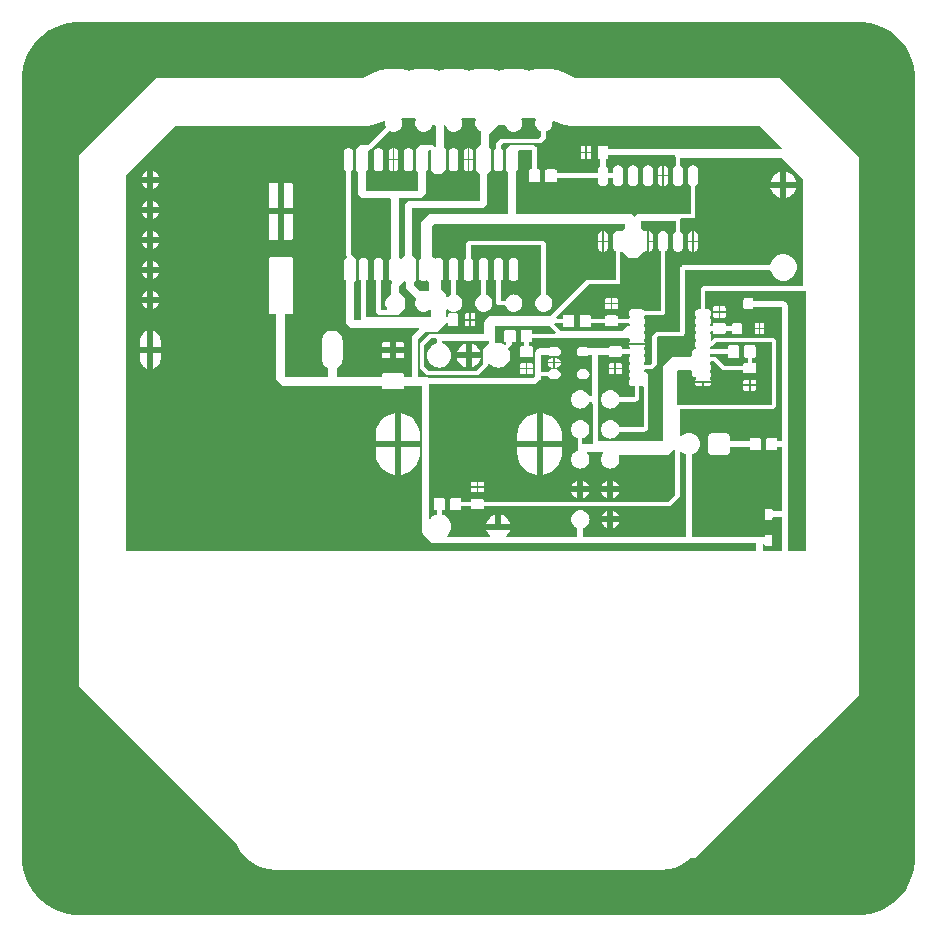
<source format=gtl>
G04*
G04 #@! TF.GenerationSoftware,Altium Limited,Altium Designer,20.1.8 (145)*
G04*
G04 Layer_Physical_Order=1*
G04 Layer_Color=255*
%FSTAX44Y44*%
%MOMM*%
G71*
G04*
G04 #@! TF.SameCoordinates,DC15EA94-BF22-4E2A-AF2D-E9AD43B57FBB*
G04*
G04*
G04 #@! TF.FilePolarity,Positive*
G04*
G01*
G75*
G36*
X10436953Y10676125D02*
X10437101Y10675702D01*
X1043675Y10675048D01*
X10436335Y10673677D01*
X10436195Y10672252D01*
X10436335Y10670826D01*
X1043675Y10669457D01*
X10437426Y10668193D01*
X10438335Y10667086D01*
X10439441Y10666178D01*
X10440704Y10665503D01*
X10441558Y10665244D01*
Y10661221D01*
X10439447Y1065911D01*
X10407993D01*
X10407251Y10658962D01*
X1040662Y10658541D01*
X10403737Y10655658D01*
X10403315Y10655027D01*
X10403168Y10654283D01*
Y10650645D01*
X10403082Y10650609D01*
X10402242Y10649965D01*
X10401599Y10649126D01*
X10401194Y10648147D01*
X10401056Y10647098D01*
Y10635598D01*
X10401194Y10634548D01*
X10401599Y10633571D01*
X10402242Y10632731D01*
X10403082Y10632086D01*
X1040406Y10631681D01*
X1040511Y10631543D01*
X1040616Y10631681D01*
X10407137Y10632086D01*
X10407977Y10632731D01*
X10408622Y10633571D01*
X10409027Y10634548D01*
X10409165Y10635598D01*
Y10647098D01*
X10409027Y10648147D01*
X10408622Y10649126D01*
X10407977Y10649965D01*
X10407137Y10650609D01*
X10407052Y10650645D01*
Y10653479D01*
X10408798Y10655226D01*
X10440251D01*
X10440995Y10655374D01*
X10441625Y10655795D01*
X10444873Y10659043D01*
X10445294Y10659673D01*
X10445442Y10660416D01*
Y10665244D01*
X10446295Y10665503D01*
X10447559Y10666178D01*
X10448666Y10667086D01*
X10449574Y10668193D01*
X10450249Y10669457D01*
X10450665Y10670826D01*
X10450806Y10672252D01*
X10450693Y10673385D01*
X10451299Y10673998D01*
X10451815Y10674259D01*
X10454479Y10672999D01*
X10458179Y10671676D01*
X10461991Y1067072D01*
X10465879Y10670144D01*
X10469805Y10669951D01*
X10626683Y10669951D01*
X10645361Y10651273D01*
X10644875Y106501D01*
X10498302D01*
Y10651729D01*
X10498201Y10652236D01*
X10497913Y10652667D01*
X10497482Y10652955D01*
X10496974Y10653055D01*
X10490538D01*
X10490031Y10652955D01*
X104896Y10652667D01*
X10489312Y10652236D01*
X1048921Y10651729D01*
Y10643293D01*
X10489312Y10642784D01*
X104896Y10642354D01*
X10490031Y10642067D01*
X10490538Y10641965D01*
X10491166D01*
Y10635758D01*
X10490889Y10635546D01*
X10490244Y10634706D01*
X1048984Y10633727D01*
X10489701Y10632678D01*
Y1062962D01*
X10454414D01*
Y10631643D01*
X10454313Y10632152D01*
X10454025Y10632584D01*
X10453593Y10632872D01*
X10453083Y10632974D01*
X10446154D01*
X10445645Y10632872D01*
X10445212Y10632584D01*
X10444924Y10632152D01*
X10444823Y10631643D01*
Y10623713D01*
X10444924Y10623204D01*
X10445212Y10622772D01*
X10445645Y10622484D01*
X10446154Y10622383D01*
X10453083D01*
X10453593Y10622484D01*
X10454025Y10622772D01*
X10454313Y10623204D01*
X10454414Y10623713D01*
Y10625736D01*
X10489701D01*
Y10622678D01*
X1048984Y10621628D01*
X10490244Y10620651D01*
X10490889Y10619811D01*
X10491729Y10619166D01*
X10492706Y10618761D01*
X10493756Y10618623D01*
X10494806Y10618761D01*
X10495784Y10619166D01*
X10496624Y10619811D01*
X10497267Y10620651D01*
X10497672Y10621628D01*
X10497811Y10622678D01*
Y10625736D01*
X10502401D01*
Y10622678D01*
X10502539Y10621628D01*
X10502944Y10620651D01*
X10503589Y10619811D01*
X10504429Y10619166D01*
X10505406Y10618761D01*
X10506456Y10618623D01*
X10507505Y10618761D01*
X10508484Y10619166D01*
X10509323Y10619811D01*
X10509967Y10620651D01*
X10510372Y10621628D01*
X1051051Y10622678D01*
Y10632678D01*
X10510372Y10633727D01*
X10509967Y10634706D01*
X10509323Y10635546D01*
X10508484Y10636189D01*
X10507505Y10636594D01*
X10506456Y10636732D01*
X10505406Y10636594D01*
X10504429Y10636189D01*
X10503589Y10635546D01*
X10502944Y10634706D01*
X10502539Y10633727D01*
X10502401Y10632678D01*
Y1062962D01*
X10497811D01*
Y10632678D01*
X10497672Y10633727D01*
X10497267Y10634706D01*
X10496624Y10635546D01*
X10496345Y10635758D01*
Y10641965D01*
X10496974D01*
X10497482Y10642067D01*
X10497913Y10642354D01*
X10498201Y10642784D01*
X10498302Y10643293D01*
Y10644921D01*
X1055453D01*
X10554794Y10644669D01*
X10555387Y10643651D01*
X10555314Y10643285D01*
Y10636224D01*
X10555228Y10636189D01*
X10554388Y10635546D01*
X10553745Y10634706D01*
X1055334Y10633727D01*
X10553202Y10632678D01*
Y10622678D01*
X1055334Y10621628D01*
X10553745Y10620651D01*
X10554388Y10619811D01*
X10555228Y10619166D01*
X10556206Y10618761D01*
X10557256Y10618623D01*
X10558306Y10618761D01*
X10559283Y10619166D01*
X10560123Y10619811D01*
X10560768Y10620651D01*
X10561173Y10621628D01*
X10561311Y10622678D01*
Y10632678D01*
X10561173Y10633727D01*
X10560768Y10634706D01*
X10560123Y10635546D01*
X10559283Y10636189D01*
X10559198Y10636224D01*
Y10642394D01*
X10644968D01*
X10663137Y10624225D01*
Y10534307D01*
X10579414D01*
X10579414Y10534307D01*
X10578671Y10534159D01*
X10578041Y10533738D01*
X10578041Y10533738D01*
X10577025Y10532721D01*
X10576604Y10532091D01*
X10576456Y10531348D01*
Y1051464D01*
X10574648D01*
X10573794Y10514528D01*
X10572999Y10514198D01*
X10572316Y10513674D01*
X10571792Y10512991D01*
X10571462Y10512195D01*
X1057135Y10511342D01*
X10571462Y10510488D01*
X10571792Y10509692D01*
X10572316Y1050901D01*
X10572506Y10508864D01*
X10572585Y10508673D01*
Y1050751D01*
X10572506Y10507319D01*
X10572316Y10507174D01*
X10571792Y1050649D01*
X10571462Y10505696D01*
X1057135Y10504841D01*
X10571462Y10503988D01*
X10571792Y10503192D01*
X10572316Y1050251D01*
X10572505Y10502365D01*
X10572585Y10502174D01*
Y1050101D01*
X10572505Y10500819D01*
X10572316Y10500674D01*
X10571792Y1049999D01*
X10571462Y10499196D01*
X1057135Y10498342D01*
X10571462Y10497488D01*
X10571792Y10496693D01*
X10572316Y1049601D01*
X10572506Y10495864D01*
X10572585Y10495674D01*
Y10494509D01*
X10572506Y10494319D01*
X10572316Y10494174D01*
X10571792Y10493491D01*
X10571462Y10492695D01*
X1057135Y10491842D01*
X10571462Y10490988D01*
X10571792Y10490193D01*
X10572316Y10489509D01*
X10572505Y10489364D01*
X10572585Y10489174D01*
Y1048801D01*
X10572505Y1048782D01*
X10572316Y10487673D01*
X10571792Y10486991D01*
X10571462Y10486195D01*
X1057135Y10485342D01*
X10571462Y10484489D01*
X10571792Y10483693D01*
X10572316Y10483009D01*
X10572336Y10482993D01*
X10572444Y10481666D01*
X10571616Y10480784D01*
X10571378D01*
X10571378Y10480784D01*
X10570635Y10480636D01*
X10570005Y10480215D01*
X10569598Y1047981D01*
X10569177Y10479178D01*
X1056903Y10478436D01*
Y10476309D01*
X10567338Y10474617D01*
X10553337D01*
X10552594Y10474469D01*
X10551964Y10474048D01*
X10545109Y10467192D01*
X10544688Y10466562D01*
X1054454Y10465819D01*
Y10402985D01*
X10489192D01*
Y10433671D01*
X10489642Y10434344D01*
X1048984Y10435336D01*
Y10438357D01*
Y10476252D01*
X1049837D01*
Y10475624D01*
X10498472Y10475116D01*
X1049876Y10474685D01*
X10499191Y10474397D01*
X10499698Y10474296D01*
X10508134D01*
X10508641Y10474397D01*
X10509072Y10474685D01*
X1050936Y10475116D01*
X10509462Y10475624D01*
Y10476641D01*
X10516216D01*
X10516316Y1047651D01*
X10516505Y10476364D01*
X10516586Y10476173D01*
Y1047501D01*
X10516505Y10474819D01*
X10516316Y10474674D01*
X10515792Y1047399D01*
X10515463Y10473196D01*
X1051535Y10472341D01*
X10515463Y10471488D01*
X10515792Y10470692D01*
X10516316Y1047001D01*
X10516505Y10469865D01*
X10516586Y10469674D01*
Y1046851D01*
X10516505Y10468319D01*
X10516316Y10468174D01*
X10515792Y1046749D01*
X10515463Y10466696D01*
X1051535Y10465842D01*
X10515463Y10464988D01*
X10515792Y10464193D01*
X10516316Y1046351D01*
X10516505Y10463364D01*
X10516586Y10463174D01*
Y10462009D01*
X10516505Y10461819D01*
X10516316Y10461674D01*
X10515792Y10460991D01*
X10515463Y10460195D01*
X1051535Y10459342D01*
X10515463Y10458488D01*
X10515792Y10457693D01*
X10516316Y10457009D01*
X10516505Y10456864D01*
X10516586Y10456674D01*
Y1045551D01*
X10516505Y1045532D01*
X10516316Y10455173D01*
X10515792Y10454491D01*
X10515463Y10453695D01*
X1051535Y10452842D01*
X10515463Y10451989D01*
X10515792Y10451193D01*
X10516316Y10450509D01*
X10516998Y10449985D01*
X10517794Y10449656D01*
X10518647Y10449543D01*
X10520455D01*
Y10440776D01*
X10519979Y10440299D01*
X10507178D01*
X1050686Y10441345D01*
X10506139Y10442695D01*
X10505168Y10443878D01*
X10503986Y10444849D01*
X10502635Y1044557D01*
X10501171Y10446014D01*
X10499647Y10446165D01*
X10498124Y10446014D01*
X1049666Y1044557D01*
X1049531Y10444849D01*
X10494127Y10443878D01*
X10493156Y10442695D01*
X10492434Y10441345D01*
X1049199Y1043988D01*
X1049184Y10438357D01*
X1049199Y10436833D01*
X10492434Y1043537D01*
X10493156Y1043402D01*
X10494127Y10432837D01*
X1049531Y10431865D01*
X1049666Y10431144D01*
X10498124Y10430699D01*
X10499647Y10430549D01*
X10501171Y10430699D01*
X10502635Y10431144D01*
X10503986Y10431865D01*
X10505168Y10432837D01*
X10506139Y1043402D01*
X1050686Y1043537D01*
X10507178Y10436415D01*
X10520784D01*
X10521527Y10436562D01*
X10522157Y10436984D01*
X10523772Y10438599D01*
X10524192Y10439229D01*
X10524341Y10439972D01*
Y10449543D01*
X10526147D01*
X10526907Y10449644D01*
X10527036Y1044963D01*
X10528176Y10448768D01*
Y10415133D01*
X10527943Y104149D01*
X10507178D01*
X1050686Y10415945D01*
X10506139Y10417295D01*
X10505168Y10418478D01*
X10503986Y10419449D01*
X10502635Y10420171D01*
X10501171Y10420615D01*
X10499647Y10420764D01*
X10498124Y10420615D01*
X1049666Y10420171D01*
X1049531Y10419449D01*
X10494127Y10418478D01*
X10493156Y10417295D01*
X10492434Y10415945D01*
X1049199Y1041448D01*
X1049184Y10412958D01*
X1049199Y10411434D01*
X10492434Y10409969D01*
X10493156Y10408619D01*
X10494127Y10407437D01*
X1049531Y10406465D01*
X1049666Y10405743D01*
X10498124Y10405299D01*
X10499647Y1040515D01*
X10501171Y10405299D01*
X10502635Y10405743D01*
X10503986Y10406465D01*
X10505168Y10407437D01*
X10506139Y10408619D01*
X1050686Y10409969D01*
X10507178Y10411014D01*
X10528748D01*
X10529491Y10411162D01*
X10530121Y10411583D01*
X10531493Y10412955D01*
X10531914Y10413585D01*
X10532062Y10414329D01*
Y10458638D01*
X10531914Y10459381D01*
X10531493Y10460011D01*
X10530789Y10460715D01*
X10530159Y10461136D01*
X10529415Y10461284D01*
X10528779D01*
X1052848Y10461674D01*
X10528459Y10461689D01*
X10528353Y10463018D01*
X1052918Y10463899D01*
X10534729D01*
X10535472Y10464047D01*
X10536102Y10464468D01*
X10538684Y1046705D01*
X10539105Y10467681D01*
X10539253Y10468424D01*
X10539253Y10468424D01*
Y1049077D01*
X10540087Y10491604D01*
X10560127D01*
X1056087Y10491752D01*
X105615Y10492173D01*
X10562245Y10492916D01*
X10562666Y10493547D01*
X10562814Y1049429D01*
Y10548168D01*
X10635286D01*
X10635658Y10546616D01*
X10636338Y10544978D01*
X10637264Y10543466D01*
X10638417Y10542117D01*
X10639766Y10540964D01*
X10641278Y10540038D01*
X10642916Y10539359D01*
X10644641Y10538944D01*
X1064641Y10538805D01*
X10648179Y10538944D01*
X10649904Y10539359D01*
X10651542Y10540038D01*
X10653054Y10540964D01*
X10654404Y10542117D01*
X10655555Y10543466D01*
X10656483Y10544978D01*
X10657162Y10546616D01*
X10657576Y10548342D01*
X10657715Y1055011D01*
X10657576Y10551879D01*
X10657162Y10553604D01*
X10656483Y10555243D01*
X10655555Y10556755D01*
X10654404Y10558104D01*
X10653054Y10559257D01*
X10651542Y10560183D01*
X10649904Y10560862D01*
X10648179Y10561276D01*
X1064641Y10561415D01*
X10644641Y10561276D01*
X10642916Y10560862D01*
X10641278Y10560183D01*
X10639766Y10559257D01*
X10638417Y10558104D01*
X10637264Y10556755D01*
X10636338Y10555243D01*
X10635658Y10553604D01*
X10635286Y10552052D01*
X10561615D01*
X10560872Y10551904D01*
X10560242Y10551483D01*
X10559498Y1055074D01*
X10559077Y1055011D01*
X10558929Y10549366D01*
Y10495488D01*
X10539281D01*
X10538539Y10495341D01*
X10537908Y10494919D01*
X10535938Y10492949D01*
X10535516Y10492318D01*
X10535369Y10491575D01*
Y10469229D01*
X10533925Y10467784D01*
X10528779D01*
X1052848Y10468174D01*
X10528291Y10468319D01*
X1052821Y1046851D01*
Y10469674D01*
X10528291Y10469865D01*
X1052848Y1047001D01*
X10529004Y10470692D01*
X10529333Y10471488D01*
X10529446Y10472341D01*
X10529333Y10473196D01*
X10529004Y1047399D01*
X1052848Y10474674D01*
X10528291Y10474819D01*
X1052821Y1047501D01*
Y10476173D01*
X10528291Y10476364D01*
X1052848Y1047651D01*
X10529004Y10477192D01*
X10529333Y10477988D01*
X10529446Y10478842D01*
X10529333Y10479695D01*
X10529004Y10480491D01*
X1052848Y10481174D01*
X10528291Y1048132D01*
X1052821Y1048151D01*
Y10482673D01*
X10528291Y10482864D01*
X1052848Y10483009D01*
X10529004Y10483693D01*
X10529333Y10484489D01*
X10529363Y10484707D01*
X10515433D01*
X10515463Y10484489D01*
X10515792Y10483693D01*
X10516316Y10483009D01*
X10516178Y10481737D01*
X10515509Y10481042D01*
X10509462D01*
Y10482059D01*
X1050936Y10482567D01*
X10509072Y10482998D01*
X10508641Y10483286D01*
X10508134Y10483387D01*
X10499698D01*
X10499191Y10483286D01*
X1049876Y10482998D01*
X10498472Y10482567D01*
X1049837Y10482059D01*
Y10481432D01*
X10481376D01*
X10481163Y10481709D01*
X10480323Y10482354D01*
X10479346Y10482759D01*
X10478296Y10482897D01*
X10475295D01*
X10474247Y10482759D01*
X10473269Y10482354D01*
X10472429Y10481709D01*
X10471785Y10480869D01*
X10471379Y10479891D01*
X10471241Y10478842D01*
X10471379Y10477792D01*
X10471785Y10476814D01*
X10472429Y10475974D01*
X10473269Y1047533D01*
X10474247Y10474926D01*
X10475295Y10474788D01*
X10478296D01*
X10479346Y10474926D01*
X10480323Y1047533D01*
X10481163Y10475974D01*
X10481376Y10476252D01*
X10484659D01*
Y10440947D01*
X10481582D01*
X10481461Y10441345D01*
X1048074Y10442695D01*
X10479768Y10443878D01*
X10478585Y10444849D01*
X10477235Y1044557D01*
X1047577Y10446014D01*
X10474248Y10446165D01*
X10472725Y10446014D01*
X1047126Y1044557D01*
X1046991Y10444849D01*
X10468727Y10443878D01*
X10467755Y10442695D01*
X10467034Y10441345D01*
X10466589Y1043988D01*
X1046644Y10438357D01*
X10466589Y10436833D01*
X10467034Y1043537D01*
X10467755Y1043402D01*
X10468727Y10432837D01*
X1046991Y10431865D01*
X1047126Y10431144D01*
X10472725Y10430699D01*
X10474248Y10430549D01*
X1047577Y10430699D01*
X10477235Y10431144D01*
X10478585Y10431865D01*
X10479768Y10432837D01*
X1048074Y1043402D01*
X10481461Y1043537D01*
X10481582Y10435768D01*
X10484659D01*
Y10435336D01*
X10484857Y10434344D01*
X10485308Y10433671D01*
Y10402136D01*
X10485392Y10401715D01*
X1048485Y10400751D01*
X10484562Y10400444D01*
X1047619D01*
Y10405427D01*
X10477235Y10405743D01*
X10478585Y10406465D01*
X10479768Y10407437D01*
X1048074Y10408619D01*
X10481461Y10409969D01*
X10481906Y10411434D01*
X10482056Y10412958D01*
X10481906Y1041448D01*
X10481461Y10415945D01*
X1048074Y10417295D01*
X10479768Y10418478D01*
X10478585Y10419449D01*
X10477235Y10420171D01*
X1047577Y10420615D01*
X10474248Y10420764D01*
X10472725Y10420615D01*
X1047126Y10420171D01*
X1046991Y10419449D01*
X10468727Y10418478D01*
X10467755Y10417295D01*
X10467034Y10415945D01*
X10466589Y1041448D01*
X1046644Y10412958D01*
X10466589Y10411434D01*
X10467034Y10409969D01*
X10467755Y10408619D01*
X10468727Y10407437D01*
X1046991Y10406465D01*
X1047126Y10405743D01*
X10472305Y10405427D01*
Y10399227D01*
X10472452Y10398484D01*
X10472874Y10397854D01*
Y1039681D01*
X10472452Y1039618D01*
X10472305Y10395437D01*
Y10395088D01*
X1047126Y10394771D01*
X1046991Y10394049D01*
X10468727Y10393077D01*
X10467755Y10391895D01*
X10467034Y10390544D01*
X10466589Y10389081D01*
X1046644Y10387557D01*
X10466589Y10386034D01*
X10467034Y10384569D01*
X10467755Y10383219D01*
X10468727Y10382036D01*
X1046991Y10381066D01*
X1047126Y10380344D01*
X10472725Y103799D01*
X10474248Y1037975D01*
X1047577Y103799D01*
X10477235Y10380344D01*
X10478585Y10381066D01*
X10479768Y10382036D01*
X1048074Y10383219D01*
X10481461Y10384569D01*
X10481906Y10386034D01*
X10482056Y10387557D01*
X10481906Y10389081D01*
X10481461Y10390544D01*
X1048074Y10391895D01*
X10480038Y1039275D01*
X10480496Y1039402D01*
X104934D01*
X10493857Y1039275D01*
X10493156Y10391895D01*
X10492434Y10390544D01*
X1049199Y10389081D01*
X1049184Y10387557D01*
X1049199Y10386034D01*
X10492434Y10384569D01*
X10493156Y10383219D01*
X10494127Y10382036D01*
X1049531Y10381066D01*
X1049666Y10380344D01*
X10498124Y103799D01*
X10499647Y1037975D01*
X10501171Y103799D01*
X10502635Y10380344D01*
X10503986Y10381066D01*
X10505168Y10382036D01*
X10506139Y10383219D01*
X1050686Y10384569D01*
X10507305Y10386034D01*
X10507455Y10387557D01*
X10507305Y10389081D01*
X10506963Y1039021D01*
X10507611Y10391479D01*
X10548564D01*
X10549307Y10391627D01*
X10549938Y10392048D01*
X10553527Y10395638D01*
X105547Y10395153D01*
Y10357573D01*
X10548806Y10351681D01*
X10392841D01*
Y10352955D01*
X10392739Y10353463D01*
X10392451Y10353894D01*
X1039202Y10354182D01*
X10391512Y10354283D01*
X10383077D01*
X1038257Y10354182D01*
X10382139Y10353894D01*
X10381851Y10353463D01*
X10381749Y10352955D01*
Y10351681D01*
X10373794D01*
Y10353702D01*
X10373693Y10354213D01*
X10373403Y10354644D01*
X10372972Y10354933D01*
X10372463Y10355034D01*
X10365533D01*
X10365023Y10354933D01*
X10364592Y10354644D01*
X10364304Y10354213D01*
X10364203Y10353702D01*
Y10345773D01*
X10364304Y10345264D01*
X10364592Y10344832D01*
X10365023Y10344543D01*
X10365533Y10344442D01*
X10372463D01*
X10372972Y10344543D01*
X10373403Y10344832D01*
X10373693Y10345264D01*
X10373794Y10345773D01*
Y10347795D01*
X10381749D01*
Y10346521D01*
X10381851Y10346012D01*
X10382139Y10345581D01*
X1038257Y10345294D01*
X10383077Y10345193D01*
X10391512D01*
X1039202Y10345294D01*
X10392451Y10345581D01*
X10392739Y10346012D01*
X10392841Y10346521D01*
Y10347795D01*
X10549611D01*
X10550354Y10347943D01*
X10550985Y10348364D01*
X10558015Y10355396D01*
X10558015Y10355396D01*
X10558436Y10356025D01*
X10558585Y10356769D01*
X10558585Y10356769D01*
Y10393734D01*
X10559855Y10394188D01*
X10559932Y10394094D01*
X10561328Y10392948D01*
X10562921Y10392097D01*
X10563857Y10391813D01*
Y1032166D01*
X10477091D01*
Y10329423D01*
X10477489Y10329543D01*
X10478839Y10330265D01*
X10480022Y10331237D01*
X10480994Y10332419D01*
X10481715Y1033377D01*
X10482159Y10335234D01*
X1048231Y10336757D01*
X10482159Y1033828D01*
X10481715Y10339745D01*
X10480994Y10341095D01*
X10480022Y10342278D01*
X10478839Y10343248D01*
X10477489Y10343971D01*
X10476024Y10344415D01*
X10474502Y10344564D01*
X10472979Y10344415D01*
X10471514Y10343971D01*
X10470164Y10343248D01*
X10468981Y10342278D01*
X1046801Y10341095D01*
X10467288Y10339745D01*
X10466844Y1033828D01*
X10466694Y10336757D01*
X10466844Y10335234D01*
X10467288Y1033377D01*
X1046801Y10332419D01*
X10468981Y10331237D01*
X10470164Y10330265D01*
X10471514Y10329543D01*
X10471912Y10329423D01*
Y1032166D01*
X10412283D01*
X10411829Y1032293D01*
X10412295Y10323313D01*
X10413579Y10324877D01*
X10414532Y10326661D01*
X1041496Y1032807D01*
X10395037D01*
X10395464Y10326661D01*
X10396417Y10324877D01*
X10397701Y10323313D01*
X10398168Y1032293D01*
X10397714Y1032166D01*
X10362283D01*
X10361829Y1032293D01*
X10362295Y10323313D01*
X10363579Y10324877D01*
X10364532Y10326661D01*
X1036512Y10328596D01*
X10365317Y1033061D01*
X1036512Y10332623D01*
X10364532Y10334559D01*
X10363579Y10336343D01*
X10362295Y10337906D01*
X10360731Y10339191D01*
X10358948Y10340144D01*
X10357012Y10340731D01*
X1035694Y10340739D01*
Y10344442D01*
X10358463D01*
X10358972Y10344543D01*
X10359404Y10344832D01*
X10359692Y10345264D01*
X10359794Y10345773D01*
Y10353702D01*
X10359692Y10354213D01*
X10359404Y10354644D01*
X10358972Y10354933D01*
X10358463Y10355034D01*
X10351533D01*
X10351024Y10354933D01*
X10350592Y10354644D01*
X10350304Y10354213D01*
X10350203Y10353702D01*
Y10345773D01*
X10350304Y10345264D01*
X10350592Y10344832D01*
X10351024Y10344543D01*
X10351533Y10344442D01*
X10353055D01*
Y10340739D01*
X10352985Y10340731D01*
X10351049Y10340144D01*
X10349265Y10339191D01*
X10347701Y10337906D01*
X10347247Y10337355D01*
X10345978Y10337809D01*
Y1045088D01*
X10346105Y10450978D01*
X10346204Y10451106D01*
X10435247D01*
X10436238Y10451302D01*
X10437078Y10451864D01*
X10440215Y10455001D01*
X10440776Y10455842D01*
X10440974Y10456832D01*
Y10457899D01*
X1044725D01*
X10447284Y10457814D01*
X10447928Y10456975D01*
X10448768Y10456331D01*
X10449746Y10455925D01*
X10450796Y10455787D01*
X10453796D01*
X10454845Y10455925D01*
X10455824Y10456331D01*
X10456663Y10456975D01*
X10457307Y10457814D01*
X10457712Y10458793D01*
X1045785Y10459841D01*
X10457712Y10460891D01*
X10457307Y10461869D01*
X10456663Y10462709D01*
X10455824Y10463353D01*
X10454845Y10463759D01*
X10453796Y10463896D01*
X10450796D01*
X10449746Y10463759D01*
X10448768Y10463353D01*
X10447928Y10462709D01*
X10447284Y10461869D01*
X1044725Y10461783D01*
X10440974D01*
Y10476235D01*
X1044099Y10476252D01*
X10447716D01*
X10447928Y10475974D01*
X10448768Y1047533D01*
X10449746Y10474926D01*
X10450796Y10474788D01*
X10453796D01*
X10454845Y10474926D01*
X10455824Y1047533D01*
X10456663Y10475974D01*
X10457307Y10476814D01*
X10457712Y10477792D01*
X1045785Y10478842D01*
X10457712Y10479891D01*
X10457307Y10480869D01*
X10456663Y10481709D01*
X10455824Y10482354D01*
X10454845Y10482759D01*
X10453796Y10482897D01*
X10450796D01*
X10449746Y10482759D01*
X10448768Y10482354D01*
X10447928Y10481709D01*
X10447716Y10481432D01*
X10439917D01*
X10438926Y10481234D01*
X10438086Y10480673D01*
X10436553Y10479139D01*
X10435991Y104783D01*
X10435795Y10477308D01*
Y10457905D01*
X10434174Y10456285D01*
X10346204D01*
X10346105Y10456412D01*
X10345309Y10457023D01*
X10344382Y10457407D01*
X10343387Y10457538D01*
X10336719D01*
Y10489127D01*
X10342836Y10495245D01*
X10352203D01*
X10353195Y10495442D01*
X10354034Y10496003D01*
X10359984Y10501953D01*
X10360546Y10502793D01*
X10360588Y10503011D01*
X10362107D01*
Y10501384D01*
X10362208Y10500875D01*
X10362496Y10500446D01*
X10362927Y10500157D01*
X10363435Y10500056D01*
X10369869D01*
X10370378Y10500157D01*
X10370809Y10500446D01*
X10371097Y10500875D01*
X10371198Y10501384D01*
Y10509819D01*
X10371097Y10510327D01*
X10370809Y10510758D01*
X10370378Y10511046D01*
X10369869Y10511147D01*
X10363435D01*
X10362927Y10511046D01*
X10362496Y10510758D01*
X10362208Y10510327D01*
X10362107Y10509819D01*
Y10508191D01*
X10360742D01*
Y10514381D01*
X10362012Y10514835D01*
X10362135Y10514686D01*
X10363241Y10513778D01*
X10364504Y10513103D01*
X10365875Y10512687D01*
X103673Y10512546D01*
X10368726Y10512687D01*
X10370095Y10513103D01*
X10371359Y10513778D01*
X10372466Y10514686D01*
X10373374Y10515793D01*
X10374049Y10517057D01*
X10374465Y10518427D01*
X10374606Y10519852D01*
X10374465Y10521277D01*
X10374049Y10522648D01*
X10373374Y1052391D01*
X10372466Y10525017D01*
X10371359Y10525927D01*
X10370095Y10526602D01*
X10368953Y10526948D01*
Y10539052D01*
X10369037Y10539087D01*
X10369877Y10539731D01*
X10370521Y10540571D01*
X10370927Y10541549D01*
X10371064Y10542598D01*
Y10554098D01*
X10370927Y10555148D01*
X10370521Y10556125D01*
X10369877Y10556965D01*
X10369037Y1055761D01*
X10368059Y10558014D01*
X1036701Y10558153D01*
X10365961Y10558014D01*
X10364983Y1055761D01*
X10364143Y10556965D01*
X10363499Y10556125D01*
X10363093Y10555148D01*
X10362955Y10554098D01*
Y10542598D01*
X10363093Y10541549D01*
X10363499Y10540571D01*
X10364143Y10539731D01*
X10364983Y10539087D01*
X10365067Y10539052D01*
Y10526772D01*
X10364504Y10526602D01*
X10363241Y10525927D01*
X10362135Y10525017D01*
X10362012Y10524868D01*
X10360742Y10525323D01*
Y10526453D01*
X10360546Y10527444D01*
X10359984Y10528285D01*
X10356899Y10531368D01*
Y10539518D01*
X10357177Y10539731D01*
X10357821Y10540571D01*
X10358226Y10541549D01*
X10358364Y10542598D01*
Y10554098D01*
X10358226Y10555148D01*
X10357821Y10556125D01*
X10357177Y10556965D01*
X10356338Y1055761D01*
X10355359Y10558014D01*
X1035431Y10558153D01*
X1035326Y10558014D01*
X10352283Y1055761D01*
X10352135Y10557579D01*
X10350662Y10557958D01*
X10350638Y10557992D01*
X10348633Y10559998D01*
Y10584608D01*
X1035058Y10586555D01*
X10512134D01*
Y10583077D01*
X10510587Y10581532D01*
X10510172Y10580909D01*
X10510164Y10580901D01*
X10508784Y10580459D01*
X10508484Y1058069D01*
X10507505Y10581095D01*
X10506456Y10581233D01*
X10505406Y10581095D01*
X10504429Y1058069D01*
X10503589Y10580045D01*
X10502944Y10579205D01*
X10502539Y10578228D01*
X10502401Y10577178D01*
Y10567178D01*
X10502539Y10566129D01*
X10502944Y1056515D01*
X10503589Y1056431D01*
X10504429Y10563667D01*
X10504514Y10563632D01*
Y10539554D01*
X10481038D01*
X10480294Y10539407D01*
X10479664Y10538986D01*
X10450004Y10509324D01*
X10398881D01*
X10398881Y10509324D01*
X10398137Y10509176D01*
X10397507Y10508755D01*
X10393788Y10505035D01*
X10393367Y10504406D01*
X10393219Y10503662D01*
Y10493846D01*
X10347471D01*
X10346727Y10493699D01*
X10346096Y10493278D01*
X10338984Y10486165D01*
X10338563Y10485535D01*
X10338416Y10484791D01*
Y10465914D01*
X10338563Y10465171D01*
X10338984Y10464541D01*
X10344282Y10459242D01*
X10344913Y10458822D01*
X10345657Y10458673D01*
X10386951D01*
X10387693Y10458822D01*
X10388324Y10459242D01*
X10395466Y10466385D01*
X10395887Y10467015D01*
X10396035Y10467759D01*
Y10468341D01*
X10397306Y10468795D01*
X10397701Y10468313D01*
X10399265Y1046703D01*
X10401049Y10466075D01*
X10402985Y10465488D01*
X10404998Y10465291D01*
X10407012Y10465488D01*
X10408948Y10466075D01*
X10410731Y1046703D01*
X10412295Y10468313D01*
X10413579Y10469877D01*
X10414532Y10471661D01*
X1041512Y10473596D01*
X10415317Y1047561D01*
X1041512Y10477623D01*
X10414532Y10479559D01*
X10413579Y10481343D01*
X10413533Y10481399D01*
X10416298Y10484163D01*
X10416719Y10484792D01*
X10416866Y10485536D01*
Y10486547D01*
X10418389D01*
X10418899Y10486648D01*
X1041933Y10486936D01*
X10419618Y10487367D01*
X10419719Y10487877D01*
Y10495807D01*
X10419618Y10496316D01*
X1041933Y10496748D01*
X10418899Y10497036D01*
X10418389Y10497137D01*
X10411459D01*
X1041095Y10497036D01*
X10410519Y10496748D01*
X10410229Y10496316D01*
X10410128Y10495807D01*
Y10487877D01*
X10410229Y10487367D01*
X10410519Y10486936D01*
X1041095Y10486648D01*
X10411403Y10486558D01*
X10411516Y10486387D01*
X10411918Y10485276D01*
X10410786Y10484146D01*
X10410731Y10484191D01*
X10408948Y10485144D01*
X10407012Y10485731D01*
X10404998Y1048593D01*
X10403378Y1048577D01*
X1040306Y10485905D01*
X10402533Y10486343D01*
X10402183Y10486815D01*
Y10500359D01*
X10448381D01*
X10453783Y10494957D01*
X10453297Y10493784D01*
X10433719D01*
Y10495807D01*
X10433618Y10496316D01*
X1043333Y10496748D01*
X10432898Y10497036D01*
X10432389Y10497137D01*
X10425459D01*
X1042495Y10497036D01*
X10424518Y10496748D01*
X1042423Y10496316D01*
X10424128Y10495807D01*
Y10487877D01*
X1042423Y10487367D01*
X10424518Y10486936D01*
X1042495Y10486648D01*
X10425459Y10486547D01*
X10426982D01*
Y10483385D01*
X10424707D01*
X10424198Y10483284D01*
X10423767Y10482996D01*
X1042348Y10482565D01*
X10423379Y10482057D01*
Y10475621D01*
X1042348Y10475114D01*
X10423767Y10474683D01*
X10424198Y10474395D01*
X10424707Y10474293D01*
X10433142D01*
X1043365Y10474395D01*
X10434081Y10474683D01*
X10434369Y10475114D01*
X1043447Y10475621D01*
Y10482057D01*
X10434369Y10482565D01*
X10434081Y10482996D01*
X1043365Y10483284D01*
X10433142Y10483385D01*
X10430867D01*
Y10486547D01*
X10432389D01*
X10432898Y10486648D01*
X1043333Y10486936D01*
X10433618Y10487367D01*
X10433719Y10487877D01*
Y104899D01*
X10515616D01*
X10516443Y10489017D01*
X10516337Y1048769D01*
X10516316Y10487673D01*
X10515792Y10486991D01*
X10515463Y10486195D01*
X10515433Y10485977D01*
X10529363D01*
X10529333Y10486195D01*
X10529004Y10486991D01*
X1052848Y10487673D01*
X10528291Y1048782D01*
X1052821Y1048801D01*
Y10489174D01*
X10528291Y10489364D01*
X1052848Y10489509D01*
X10529004Y10490193D01*
X10529333Y10490988D01*
X10529446Y10491842D01*
X10529333Y10492695D01*
X10529004Y10493491D01*
X1052848Y10494174D01*
X10528291Y10494319D01*
X1052821Y10494509D01*
Y10495674D01*
X10528291Y10495864D01*
X1052848Y1049601D01*
X10529004Y10496693D01*
X10529333Y10497488D01*
X10529446Y10498342D01*
X10529333Y10499196D01*
X10529004Y1049999D01*
X1052848Y10500674D01*
X10528291Y10500819D01*
X1052821Y1050101D01*
Y10502174D01*
X10528291Y10502365D01*
X1052848Y1050251D01*
X10529004Y10503192D01*
X10529333Y10503988D01*
X10529446Y10504841D01*
X10529333Y10505696D01*
X10529004Y1050649D01*
X1052848Y10507174D01*
X10528459Y1050719D01*
X10528353Y10508518D01*
X1052918Y10509399D01*
X10543455D01*
X10544198Y10509547D01*
X10544828Y10509968D01*
X10545929Y10511069D01*
X1054635Y10511699D01*
X10546498Y10512443D01*
Y10563632D01*
X10546583Y10563667D01*
X10547423Y1056431D01*
X10548068Y1056515D01*
X10548473Y10566129D01*
X10548611Y10567178D01*
Y10577178D01*
X10548473Y10578228D01*
X10548068Y10579205D01*
X10547423Y10580045D01*
X10546583Y1058069D01*
X10545605Y10581095D01*
X10544556Y10581233D01*
X10543507Y10581095D01*
X10542529Y1058069D01*
X10541689Y10580045D01*
X10541045Y10579205D01*
X1054064Y10578228D01*
X10540502Y10577178D01*
Y10567178D01*
X1054064Y10566129D01*
X10541045Y1056515D01*
X10541689Y1056431D01*
X10542529Y10563667D01*
X10542614Y10563632D01*
Y10513284D01*
X10528779D01*
X1052848Y10513674D01*
X10527797Y10514198D01*
X10527002Y10514528D01*
X10526147Y1051464D01*
X10518647D01*
X10517794Y10514528D01*
X10516998Y10514198D01*
X10516316Y10513674D01*
X10515792Y10512991D01*
X10515463Y10512195D01*
X1051535Y10511342D01*
X10515463Y10510488D01*
X10515792Y10509692D01*
X10516316Y1050901D01*
X10516337Y10508993D01*
X10516443Y10507666D01*
X10515616Y10506783D01*
X10506414D01*
Y10508059D01*
X10506312Y10508567D01*
X10506024Y10508998D01*
X10505593Y10509286D01*
X10505085Y10509387D01*
X1049665D01*
X10496143Y10509286D01*
X10495712Y10508998D01*
X10495424Y10508567D01*
X10495322Y10508059D01*
Y10506783D01*
X10483395D01*
Y10508806D01*
X10483293Y10509316D01*
X10483005Y10509747D01*
X10482573Y10510035D01*
X10482064Y10510137D01*
X10475134D01*
X10474625Y10510035D01*
X10474193Y10509747D01*
X10473905Y10509316D01*
X10473804Y10508806D01*
Y10500876D01*
X10473905Y10500367D01*
X10474193Y10499935D01*
X10474625Y10499647D01*
X10475134Y10499546D01*
X10482064D01*
X10482573Y10499647D01*
X10483005Y10499935D01*
X10483293Y10500367D01*
X10483395Y10500876D01*
Y10502899D01*
X10495322D01*
Y10501625D01*
X10495424Y10501116D01*
X10495712Y10500685D01*
X10496143Y10500397D01*
X1049665Y10500297D01*
X10505085D01*
X10505593Y10500397D01*
X10506024Y10500685D01*
X10506312Y10501116D01*
X10506414Y10501625D01*
Y10502899D01*
X10516017D01*
X10516316Y1050251D01*
X10516337Y10502494D01*
X10516443Y10501166D01*
X10515616Y10500284D01*
X10514496D01*
X10513752Y10500135D01*
X10513121Y10499716D01*
X10513121Y10499716D01*
X1050973Y10496324D01*
X1045791D01*
X10452507Y10501726D01*
X10452994Y10502899D01*
X10459803D01*
Y10500876D01*
X10459905Y10500367D01*
X10460193Y10499935D01*
X10460625Y10499647D01*
X10461134Y10499546D01*
X10468064D01*
X10468573Y10499647D01*
X10469005Y10499935D01*
X10469293Y10500367D01*
X10469395Y10500876D01*
Y10508806D01*
X10469293Y10509316D01*
X10469005Y10509747D01*
X10468573Y10510035D01*
X10468064Y10510137D01*
X10461134D01*
X10460625Y10510035D01*
X10460193Y10509747D01*
X10459905Y10509316D01*
X10459803Y10508806D01*
Y10506783D01*
X10454617D01*
X10454131Y10507958D01*
X10481842Y10535669D01*
X10505712D01*
X10506455Y10535818D01*
X10507085Y10536238D01*
X1050783Y10536982D01*
X10508251Y10537612D01*
X10508398Y10538356D01*
Y10562687D01*
X10509034Y10563151D01*
X10510574Y10562845D01*
X10510587Y10562825D01*
X10514802Y1055861D01*
X10514802Y1055861D01*
X10515432Y10558188D01*
X10516176Y10558041D01*
X10516176Y10558041D01*
X10522136D01*
X1052288Y10558188D01*
X1052351Y1055861D01*
X10527725Y10562825D01*
X10527725Y10562825D01*
X1052814Y10563446D01*
X10528148Y10563456D01*
X10529529Y10563896D01*
X10529829Y10563667D01*
X10530807Y10563262D01*
X10531221Y10563207D01*
Y10572179D01*
Y10581149D01*
X10530807Y10581095D01*
X10529829Y1058069D01*
X10529529Y10580459D01*
X10528148Y10580901D01*
X1052814Y10580909D01*
X10527725Y10581532D01*
X10526178Y10583077D01*
Y10589095D01*
X10555314D01*
Y10580725D01*
X10555228Y1058069D01*
X10554388Y10580045D01*
X10553745Y10579205D01*
X1055334Y10578228D01*
X10553202Y10577178D01*
Y10567178D01*
X1055334Y10566129D01*
X10553745Y1056515D01*
X10554388Y1056431D01*
X10555228Y10563667D01*
X10556206Y10563262D01*
X10557256Y10563124D01*
X10558306Y10563262D01*
X10559283Y10563667D01*
X10560123Y1056431D01*
X10560768Y1056515D01*
X10561173Y10566129D01*
X10561311Y10567178D01*
Y10577178D01*
X10561173Y10578228D01*
X10560768Y10579205D01*
X10560123Y10580045D01*
X10559283Y1058069D01*
X10559198Y10580725D01*
Y10590388D01*
X10560125Y10591636D01*
X10569045D01*
X10569789Y10591783D01*
X10570419Y10592205D01*
X10571329Y10593115D01*
X1057175Y10593745D01*
X10571898Y10594489D01*
X10571898Y10594489D01*
Y10619131D01*
X10571984Y10619166D01*
X10572823Y10619811D01*
X10573467Y10620651D01*
X10573872Y10621628D01*
X10574011Y10622678D01*
Y10632678D01*
X10573872Y10633727D01*
X10573467Y10634706D01*
X10572823Y10635546D01*
X10571984Y10636189D01*
X10571006Y10636594D01*
X10569956Y10636732D01*
X10568906Y10636594D01*
X10567928Y10636189D01*
X10567089Y10635546D01*
X10566444Y10634706D01*
X1056604Y10633727D01*
X10565901Y10632678D01*
Y10622678D01*
X1056604Y10621628D01*
X10566444Y10620651D01*
X10567089Y10619811D01*
X10567928Y10619166D01*
X10568014Y10619131D01*
Y1059552D01*
X10523993D01*
X1052325Y10595372D01*
X10522618Y10594951D01*
X10520378Y10592711D01*
X10518137Y10594951D01*
X10517507Y10595372D01*
X10516764Y1059552D01*
X10419752D01*
Y10632052D01*
X10419838Y10632086D01*
X10420677Y10632731D01*
X10421321Y10633571D01*
X10421726Y10634548D01*
X10421865Y10635598D01*
Y10647098D01*
X10421726Y10648147D01*
X10421564Y10648541D01*
X10422295Y10649811D01*
X10433677D01*
Y10632974D01*
X10432153D01*
X10431644Y10632872D01*
X10431212Y10632584D01*
X10430924Y10632152D01*
X10430823Y10631643D01*
Y10623713D01*
X10430924Y10623204D01*
X10431212Y10622772D01*
X10431644Y10622484D01*
X10432153Y10622383D01*
X10439083D01*
X10439592Y10622484D01*
X10440024Y10622772D01*
X10440312Y10623204D01*
X10440414Y10623713D01*
Y10631643D01*
X10440312Y10632152D01*
X10440024Y10632584D01*
X10439592Y10632872D01*
X10439083Y10632974D01*
X10437561D01*
Y1065085D01*
X10437413Y10651593D01*
X10436992Y10652223D01*
X10436089Y10653126D01*
X10435459Y10653547D01*
X10434716Y10653695D01*
X10415881D01*
X10415139Y10653547D01*
X10414508Y10653126D01*
X10411781Y10650399D01*
X10411361Y10649769D01*
X10411212Y10649026D01*
Y10633669D01*
X10411361Y10632926D01*
X10411781Y10632296D01*
X10413223Y10630856D01*
Y1059552D01*
X10347671D01*
X10346927Y10595372D01*
X10346298Y10594951D01*
X10340237Y1058889D01*
X10339816Y1058826D01*
X10339668Y10587517D01*
Y10557645D01*
X10339583Y1055761D01*
X10338743Y10556965D01*
X10338098Y10556125D01*
X10337694Y10555148D01*
X10337555Y10554098D01*
Y10542598D01*
X10337694Y10541549D01*
X10338098Y10540571D01*
X10338743Y10539731D01*
X10339583Y10539087D01*
X1034056Y10538682D01*
X1034161Y10538544D01*
X1034266Y10538682D01*
X10343604Y10539072D01*
X10343693Y10539097D01*
X1034522Y10538767D01*
X10346653Y10537333D01*
Y10530588D01*
X10346501Y10530375D01*
X10345383Y10529658D01*
X10345175Y105297D01*
X10338391D01*
X10333392Y10534698D01*
Y1053775D01*
X10334939Y10539297D01*
X10335359Y10539927D01*
X10335508Y1054067D01*
Y10556027D01*
X10335359Y1055677D01*
X10334939Y105574D01*
X10332123Y10560216D01*
Y10600139D01*
X10332251Y10600267D01*
X10391172D01*
X10391915Y10600415D01*
X10392545Y10600836D01*
X10395054Y10603345D01*
X10395475Y10603975D01*
X10395623Y10604718D01*
X10395623Y10604718D01*
Y1062948D01*
X10398439Y10632296D01*
X1039886Y10632926D01*
X10399008Y10633669D01*
Y10649126D01*
X1039886Y10649869D01*
X10398439Y10650499D01*
X10397219Y10651718D01*
Y10662845D01*
X10404684Y1067031D01*
X10411093D01*
X10411351Y10669457D01*
X10412026Y10668193D01*
X10412935Y10667086D01*
X10414042Y10666178D01*
X10415304Y10665503D01*
X10416675Y10665087D01*
X10418101Y10664946D01*
X10419525Y10665087D01*
X10420896Y10665503D01*
X10422158Y10666178D01*
X10423265Y10667086D01*
X10424174Y10668193D01*
X10424849Y10669457D01*
X10425265Y10670826D01*
X10425405Y10672252D01*
X10425265Y10673677D01*
X10424849Y10675048D01*
X104245Y10675702D01*
X10424647Y10676125D01*
X10425321Y10676859D01*
X10425573Y10676813D01*
X10426879Y10676707D01*
X1042818Y10676556D01*
X10428837Y10676545D01*
X1042949Y10676492D01*
X104308Y10676514D01*
X10432111Y10676492D01*
X10432764Y10676545D01*
X10433419Y10676556D01*
X10434722Y10676707D01*
X10436027Y10676813D01*
X10436279Y10676859D01*
X10436953Y10676125D01*
D02*
G37*
G36*
X10386152D02*
X103863Y10675702D01*
X10385951Y10675048D01*
X10385535Y10673677D01*
X10385394Y10672252D01*
X10385535Y10670826D01*
X10385951Y10669457D01*
X10386626Y10668193D01*
X10387534Y10667086D01*
X10388641Y10666178D01*
X10389905Y10665503D01*
X10390758Y10665244D01*
Y10654775D01*
X10386382Y10650399D01*
X10385961Y10649769D01*
X10385813Y10649026D01*
Y10633669D01*
X10385961Y10632926D01*
X10386382Y10632296D01*
X10389198Y1062948D01*
Y10606829D01*
X10389061Y10606692D01*
X10330394D01*
X10329651Y10606544D01*
X10329021Y10606123D01*
X10326267Y10603369D01*
X10325846Y10602739D01*
X10325698Y10601996D01*
Y10560216D01*
X10323412Y1055793D01*
X10322297Y10557427D01*
X103217Y10557937D01*
X10320692Y10558945D01*
Y10607837D01*
X10321255Y106084D01*
X10338789D01*
X10339531Y10608547D01*
X10340162Y10608969D01*
X10342983Y1061179D01*
X10343405Y10612421D01*
X10343552Y10613164D01*
X10343552Y10613164D01*
Y10632052D01*
X10343638Y10632086D01*
X10344478Y10632731D01*
X10345121Y10633571D01*
X10345526Y10634548D01*
X10345665Y10635598D01*
Y10647098D01*
X10345526Y10648147D01*
X10345364Y10648541D01*
X10346095Y10649811D01*
X10347712D01*
Y10633669D01*
X1034786Y10632926D01*
X10348281Y10632296D01*
X10351008Y10629569D01*
X10351638Y10629149D01*
X10352382Y10629D01*
X10356238D01*
X10356981Y10629149D01*
X10357611Y10629569D01*
X10360338Y10632296D01*
X10360759Y10632926D01*
X10360907Y10633669D01*
Y10649026D01*
X10360759Y10649769D01*
X10360338Y10650399D01*
X10358793Y10651946D01*
Y10670123D01*
X10358978Y1067031D01*
X10360292D01*
X10360551Y10669457D01*
X10361226Y10668193D01*
X10362135Y10667086D01*
X10363241Y10666178D01*
X10364504Y10665503D01*
X10365875Y10665087D01*
X103673Y10664946D01*
X10368726Y10665087D01*
X10370095Y10665503D01*
X10371359Y10666178D01*
X10372466Y10667086D01*
X10373374Y10668193D01*
X10374049Y10669457D01*
X10374465Y10670826D01*
X10374606Y10672252D01*
X10374465Y10673677D01*
X10374049Y10675048D01*
X103737Y10675702D01*
X10373848Y10676125D01*
X1037452Y10676859D01*
X10374773Y10676813D01*
X10376078Y10676707D01*
X1037738Y10676556D01*
X10378037Y10676545D01*
X1037869Y10676492D01*
X1038Y10676514D01*
X1038131Y10676492D01*
X10381963Y10676545D01*
X1038262Y10676556D01*
X10383922Y10676707D01*
X10385227Y10676813D01*
X1038548Y10676859D01*
X10386152Y10676125D01*
D02*
G37*
G36*
X10335353D02*
X103355Y10675702D01*
X10335151Y10675048D01*
X10334735Y10673677D01*
X10334595Y10672252D01*
X10334735Y10670826D01*
X10335151Y10669457D01*
X10335826Y10668193D01*
X10336735Y10667086D01*
X10337842Y10666178D01*
X10339104Y10665503D01*
X10340475Y10665087D01*
X10341899Y10664946D01*
X10343325Y10665087D01*
X10344696Y10665503D01*
X10345958Y10666178D01*
X10347065Y10667086D01*
X10347974Y10668193D01*
X10348649Y10669457D01*
X10348907Y1067031D01*
X10351736D01*
X10352368Y10669678D01*
Y10652579D01*
X10351097Y10652194D01*
X10351028Y10652297D01*
X10350199Y10653126D01*
X10349569Y10653547D01*
X10348826Y10653695D01*
X10339681D01*
X10338939Y10653547D01*
X10338308Y10653126D01*
X10335581Y10650399D01*
X10335161Y10649769D01*
X10335012Y10649026D01*
Y10633669D01*
X10335161Y10632926D01*
X10335581Y10632296D01*
X10337128Y10630751D01*
Y1061502D01*
X10336932Y10614824D01*
X10292887D01*
X10292753Y1061496D01*
Y10632052D01*
X10292837Y10632086D01*
X10293677Y10632731D01*
X10294321Y10633571D01*
X10294727Y10634548D01*
X10294865Y10635598D01*
Y10647098D01*
X10294727Y10648147D01*
X10294564Y10648541D01*
X10295295Y10649811D01*
X10296001D01*
X10296744Y10649958D01*
X10297374Y1065038D01*
X10312919Y10665923D01*
X10313705Y10665503D01*
X10315074Y10665087D01*
X103165Y10664946D01*
X10317925Y10665087D01*
X10319296Y10665503D01*
X10320559Y10666178D01*
X10321665Y10667086D01*
X10322574Y10668193D01*
X1032325Y10669457D01*
X10323665Y10670826D01*
X10323805Y10672252D01*
X10323665Y10673677D01*
X1032325Y10675048D01*
X10322899Y10675702D01*
X10323047Y10676125D01*
X10323721Y10676859D01*
X10323973Y10676813D01*
X10325278Y10676707D01*
X10326581Y10676556D01*
X10327236Y10676545D01*
X10327889Y10676492D01*
X103292Y10676514D01*
X1033051Y10676492D01*
X10331163Y10676545D01*
X1033182Y10676556D01*
X10333121Y10676707D01*
X10334427Y10676813D01*
X10334679Y10676859D01*
X10335353Y10676125D01*
D02*
G37*
G36*
X103087Y10673998D02*
X10309307Y10673385D01*
X10309194Y10672252D01*
X10309335Y10670826D01*
X10309751Y10669457D01*
X10310171Y10668671D01*
X10295197Y10653695D01*
X10288882D01*
X10288138Y10653547D01*
X10287509Y10653126D01*
X10284781Y10650399D01*
X1028436Y10649769D01*
X10284213Y10649026D01*
Y10633351D01*
X1028436Y10632607D01*
X10284781Y10631978D01*
X10286328Y10630431D01*
Y10613103D01*
X10286476Y1061236D01*
X10286897Y10611729D01*
X10289657Y10608969D01*
X10289657Y10608969D01*
X10290287Y10608547D01*
X1029103Y106084D01*
X10313695D01*
X10314268Y10607827D01*
Y10557645D01*
X10314182Y1055761D01*
X10313344Y10556965D01*
X10312699Y10556125D01*
X10312294Y10555148D01*
X10312156Y10554098D01*
Y10542598D01*
X10312294Y10541549D01*
X10312699Y10540571D01*
X10313344Y10539731D01*
X10314182Y10539087D01*
X10314576Y10538923D01*
X10314874Y10538248D01*
X10314994Y10537612D01*
X10314967Y10537439D01*
X10314706Y10537048D01*
X10314558Y10536305D01*
Y1052686D01*
X10313705Y10526602D01*
X10312441Y10525927D01*
X10311334Y10525017D01*
X10310426Y1052391D01*
X10309751Y10522648D01*
X10309335Y10521277D01*
X10309194Y10519852D01*
X10309335Y10518427D01*
X10309751Y10517057D01*
X10310426Y10515793D01*
X10310946Y10515159D01*
X10310345Y10513889D01*
X10305453D01*
Y10539052D01*
X10305537Y10539087D01*
X10306377Y10539731D01*
X10307021Y10540571D01*
X10307427Y10541549D01*
X10307565Y10542598D01*
Y10554098D01*
X10307427Y10555148D01*
X10307021Y10556125D01*
X10306377Y10556965D01*
X10305537Y1055761D01*
X10304559Y10558014D01*
X1030351Y10558153D01*
X10302461Y10558014D01*
X10301483Y1055761D01*
X10300643Y10556965D01*
X10299999Y10556125D01*
X10299594Y10555148D01*
X10299456Y10554098D01*
Y10542598D01*
X10299594Y10541549D01*
X10299999Y10540571D01*
X10300643Y10539731D01*
X10301483Y10539087D01*
X10301567Y10539052D01*
Y10512882D01*
X10301715Y10512139D01*
X10302136Y10511509D01*
X10303071Y10510574D01*
X10303071Y10510574D01*
X10303701Y10510153D01*
X10304445Y10510005D01*
X10304445Y10510005D01*
X10319774D01*
X10320518Y10510153D01*
X10321147Y10510574D01*
X10325779Y10515204D01*
X103262Y10515835D01*
X10326348Y10516577D01*
Y10523126D01*
X10326348Y10523126D01*
X103262Y1052387D01*
X10325779Y105245D01*
X10325779Y105245D01*
X10320983Y10529296D01*
Y10534448D01*
X10325374Y10538839D01*
X10325698Y10538893D01*
X10326968Y10537814D01*
Y10532842D01*
X10327115Y10532098D01*
X10327537Y10531469D01*
X10335571Y10523434D01*
X10335151Y10522648D01*
X10334735Y10521277D01*
X10334595Y10519852D01*
X10334735Y10518427D01*
X10335151Y10517057D01*
X10335826Y10515793D01*
X10336735Y10514686D01*
X10337842Y10513778D01*
X10339104Y10513103D01*
X10340475Y10512687D01*
X10341899Y10512546D01*
X10343325Y10512687D01*
X10344696Y10513103D01*
X10345958Y10513778D01*
X10346593Y10514298D01*
X10347863Y10513698D01*
Y10508032D01*
X10292753D01*
Y10539052D01*
X10292837Y10539087D01*
X10293677Y10539731D01*
X10294321Y10540571D01*
X10294727Y10541549D01*
X10294865Y10542598D01*
Y10554098D01*
X10294727Y10555148D01*
X10294321Y10556125D01*
X10293677Y10556965D01*
X10292837Y1055761D01*
X10291859Y10558014D01*
X10290811Y10558153D01*
X10289761Y10558014D01*
X10288783Y1055761D01*
X10287943Y10556965D01*
X10287299Y10556125D01*
X10286893Y10555148D01*
X10286755Y10554098D01*
Y10542598D01*
X10286893Y10541549D01*
X10287299Y10540571D01*
X10287943Y10539731D01*
X10288783Y10539087D01*
X10288867Y10539052D01*
Y10507139D01*
X10288943Y10506763D01*
X10288359Y10505754D01*
X10288092Y10505492D01*
X10282593D01*
Y1053775D01*
X10284138Y10539297D01*
X10284559Y10539927D01*
X10284707Y1054067D01*
Y10556025D01*
X10284707Y10556027D01*
X10284559Y10556769D01*
X10284138Y105574D01*
X10280052Y10561486D01*
Y10632052D01*
X10280137Y10632086D01*
X10280977Y10632731D01*
X10281621Y10633571D01*
X10282026Y10634548D01*
X10282164Y10635598D01*
Y10647098D01*
X10282026Y10648147D01*
X10281621Y10649126D01*
X10280977Y10649965D01*
X10280137Y10650609D01*
X10279159Y10651014D01*
X1027811Y10651152D01*
X10277061Y10651014D01*
X10276083Y10650609D01*
X10275243Y10649965D01*
X10274598Y10649126D01*
X10274193Y10648147D01*
X10274055Y10647098D01*
Y10635598D01*
X10274193Y10634548D01*
X10274598Y10633571D01*
X10275243Y10632731D01*
X10276083Y10632086D01*
X10276168Y10632052D01*
Y10560681D01*
X10276316Y10559938D01*
X10276737Y10559308D01*
X10276857Y10559188D01*
X10276476Y10557772D01*
X10276083Y1055761D01*
X10275243Y10556965D01*
X10274598Y10556125D01*
X10274193Y10555148D01*
X10274055Y10554098D01*
Y10542598D01*
X10274193Y10541549D01*
X10274598Y10540571D01*
X10275243Y10539731D01*
X10276083Y10539087D01*
X10276168Y10539052D01*
Y10503488D01*
X10276316Y10502744D01*
X10276737Y10502114D01*
X10279214Y10499636D01*
X10279845Y10499215D01*
X10280587Y10499067D01*
X10337675D01*
X1033816Y10497894D01*
X10332297Y10492031D01*
X10331736Y10491191D01*
X10331539Y104902D01*
Y10457538D01*
X10325502D01*
Y10458893D01*
X10325399Y10459409D01*
X10325107Y10459846D01*
X10324669Y10460139D01*
X10324154Y10460242D01*
X10307759D01*
X10307242Y10460139D01*
X10306805Y10459846D01*
X10306512Y10459409D01*
X1030641Y10458893D01*
Y10457538D01*
X10268174D01*
Y10464872D01*
X10269227Y10465436D01*
X10270563Y10466531D01*
X10271659Y10467866D01*
X10272473Y1046939D01*
X10272975Y10471044D01*
X10273143Y10472762D01*
Y10487762D01*
X10272975Y10489481D01*
X10272473Y10491135D01*
X10271659Y10492659D01*
X10270563Y10493994D01*
X10269227Y1049509D01*
X10267704Y10495905D01*
X10266051Y10496406D01*
X10264331Y10496575D01*
X10262612Y10496406D01*
X10260959Y10495905D01*
X10259436Y1049509D01*
X10258101Y10493994D01*
X10257004Y10492659D01*
X1025619Y10491135D01*
X10255688Y10489481D01*
X10255519Y10487762D01*
Y10472762D01*
X10255688Y10471044D01*
X1025619Y1046939D01*
X10257004Y10467866D01*
X10258101Y10466531D01*
X10259436Y10465436D01*
X10260488Y10464872D01*
Y10457538D01*
X10225275D01*
X1022476Y10458052D01*
Y10510516D01*
X1022958D01*
X1023011Y10510621D01*
X10230558Y10510922D01*
X10230859Y10511371D01*
X10230964Y10511901D01*
Y10557225D01*
X10230859Y10557755D01*
X10230558Y10558204D01*
X1023011Y10558505D01*
X1022958Y1055861D01*
X10212255D01*
X10211725Y10558505D01*
X10211276Y10558204D01*
X10210977Y10557755D01*
X10210871Y10557225D01*
Y10511901D01*
X10210977Y10511371D01*
X10211276Y10510922D01*
X10211725Y10510621D01*
X10212255Y10510516D01*
X10217075D01*
Y1045646D01*
X10217205Y10455466D01*
X1021743Y10454923D01*
X10217589Y10454539D01*
X102182Y10453743D01*
X10220966Y10450978D01*
X10221761Y10450367D01*
X10222688Y10449983D01*
X10223683Y10449852D01*
X1030641D01*
Y10448497D01*
X10306512Y10447982D01*
X10306805Y10447544D01*
X10307242Y10447252D01*
X10307759Y1044715D01*
X10324154D01*
X10324669Y10447252D01*
X10325107Y10447544D01*
X10325399Y10447982D01*
X10325502Y10448497D01*
Y10449852D01*
X10340798D01*
Y103259D01*
X10340995Y10324908D01*
X10341556Y10324069D01*
X10348386Y10317239D01*
X10349227Y10316677D01*
X10350219Y10316481D01*
X1062354D01*
Y10309999D01*
X10090048Y1031D01*
X10090048Y10628551D01*
X10131448Y10669951D01*
X10290195Y10669951D01*
X10294121Y10670144D01*
X10298008Y1067072D01*
X1030182Y10671676D01*
X10305521Y10672999D01*
X10308185Y10674259D01*
X103087Y10673998D01*
D02*
G37*
G36*
X1035307Y10488691D02*
X10353055Y10488621D01*
Y10485739D01*
X10352985Y10485731D01*
X10351049Y10485144D01*
X10349265Y10484191D01*
X10347701Y10482906D01*
X10346417Y10481343D01*
X10345464Y10479559D01*
X10344877Y10477623D01*
X10344678Y1047561D01*
X10344877Y10473596D01*
X10345464Y10471661D01*
X10346417Y10469877D01*
X10347701Y10468313D01*
X10349265Y1046703D01*
X10351049Y10466075D01*
X10352985Y10465488D01*
X10354998Y10465291D01*
X10357012Y10465488D01*
X10358948Y10466075D01*
X10360731Y1046703D01*
X10362295Y10468313D01*
X10363579Y10469877D01*
X10364532Y10471661D01*
X1036512Y10473596D01*
X10365317Y1047561D01*
X1036512Y10477623D01*
X10364532Y10479559D01*
X10363579Y10481343D01*
X10362295Y10482906D01*
X10360731Y10484191D01*
X10358948Y10485144D01*
X10357012Y10485731D01*
X1035694Y10485739D01*
Y10487422D01*
X10396844D01*
X10397062Y10487162D01*
X10397443Y10486223D01*
X1039272Y104815D01*
X10392299Y1048087D01*
X10392151Y10480127D01*
Y10468563D01*
X10386145Y10462559D01*
X10346461D01*
X103423Y10466719D01*
Y10483987D01*
X10348275Y10489962D01*
X10352192D01*
X1035307Y10488691D01*
D02*
G37*
G36*
X10636594Y10486632D02*
Y10433976D01*
X10557764D01*
X10557314Y10433887D01*
X10556382Y10434402D01*
X10556045Y10434703D01*
Y10461858D01*
X10557299Y10463112D01*
X105678D01*
X10568776Y10462136D01*
Y10459974D01*
X10568923Y10459231D01*
X10569344Y10458601D01*
X10569977Y10457969D01*
X10569977Y10457969D01*
X10570607Y10457548D01*
X1057135Y104574D01*
X10572017D01*
X10572316Y10457009D01*
X10572506Y10456864D01*
X10572585Y10456674D01*
Y1045551D01*
X10572506Y1045532D01*
X10572316Y10455173D01*
X10571792Y10454491D01*
X10571462Y10453695D01*
X10571433Y10453477D01*
X10585363D01*
X10585333Y10453695D01*
X10585005Y10454491D01*
X1058448Y10455173D01*
X10584291Y1045532D01*
X1058421Y1045551D01*
Y10456674D01*
X10584291Y10456864D01*
X1058448Y10457009D01*
X10585005Y10457693D01*
X10585333Y10458488D01*
X10585447Y10459342D01*
X10585333Y10460195D01*
X10585005Y10460991D01*
X1058448Y10461674D01*
X10584291Y10461819D01*
X1058421Y10462009D01*
Y10463174D01*
X10584291Y10463364D01*
X1058448Y1046351D01*
X10585005Y10464193D01*
X10585333Y10464988D01*
X10585447Y10465842D01*
X10585333Y10466696D01*
X10585005Y1046749D01*
X1058448Y10468174D01*
X10584459Y1046819D01*
X10584353Y10469518D01*
X10585179Y10470399D01*
X10587451D01*
X10594382Y10463468D01*
X10595012Y10463047D01*
X10595756Y10462899D01*
X10595756Y10462899D01*
X10612455D01*
Y10461625D01*
X10612556Y10461116D01*
X10612843Y10460685D01*
X10613274Y10460397D01*
X10613783Y10460297D01*
X10622218D01*
X10622726Y10460397D01*
X10623157Y10460685D01*
X10623445Y10461116D01*
X10623546Y10461625D01*
Y10468059D01*
X10623445Y10468567D01*
X10623157Y10468998D01*
X10622726Y10469286D01*
X10622218Y10469387D01*
X10619943D01*
Y10473546D01*
X10621465D01*
X10621974Y10473647D01*
X10622406Y10473936D01*
X10622694Y10474368D01*
X10622795Y10474877D01*
Y10482806D01*
X10622694Y10483315D01*
X10622406Y10483748D01*
X10621974Y10484036D01*
X10621465Y10484137D01*
X10614535D01*
X10614026Y10484036D01*
X10613594Y10483748D01*
X10613306Y10483315D01*
X10613204Y10482806D01*
Y10474877D01*
X10613306Y10474368D01*
X10613594Y10473936D01*
X10614026Y10473647D01*
X10614535Y10473546D01*
X10616057D01*
Y10469387D01*
X10613783D01*
X10613274Y10469286D01*
X10612843Y10468998D01*
X10612556Y10468567D01*
X10612455Y10468059D01*
Y10466783D01*
X1059656D01*
X10589629Y10473715D01*
X10588999Y10474136D01*
X10588256Y10474283D01*
X10585179D01*
X10584353Y10475166D01*
X10584459Y10476493D01*
X1058448Y1047651D01*
X10584779Y10476899D01*
X10599204D01*
Y10474877D01*
X10599305Y10474368D01*
X10599594Y10473936D01*
X10600026Y10473647D01*
X10600535Y10473546D01*
X10607465D01*
X10607974Y10473647D01*
X10608406Y10473936D01*
X10608694Y10474368D01*
X10608795Y10474877D01*
Y10482806D01*
X10608694Y10483315D01*
X10608406Y10483748D01*
X10607974Y10484036D01*
X10607465Y10484137D01*
X10600535D01*
X10600026Y10484036D01*
X10599594Y10483748D01*
X10599305Y10483315D01*
X10599204Y10482806D01*
Y10480784D01*
X10584779D01*
X1058448Y10481174D01*
X10584459Y1048119D01*
X10584353Y10482517D01*
X10585179Y104834D01*
X10585417D01*
X10586161Y10483547D01*
X10586792Y10483969D01*
X10589557Y10486733D01*
X10636492D01*
X10636594Y10486632D01*
D02*
G37*
G36*
X10665515Y10529742D02*
X10665664Y1052953D01*
Y10309999D01*
X10649989D01*
Y10341071D01*
Y1040061D01*
Y10517913D01*
X10649792Y10518904D01*
X10649231Y10519744D01*
X10647802Y10521173D01*
X10646962Y10521735D01*
X1064597Y10521931D01*
X10620695D01*
Y10522814D01*
X10620593Y1052332D01*
X10620306Y1052375D01*
X10619878Y10524037D01*
X10619371Y10524137D01*
X10613927D01*
X1061342Y10524037D01*
X10612991Y1052375D01*
X10612704Y1052332D01*
X10612604Y10522814D01*
Y10515869D01*
X10612704Y10515363D01*
X10612991Y10514934D01*
X1061342Y10514647D01*
X10613927Y10514546D01*
X10619371D01*
X10619878Y10514647D01*
X10620306Y10514934D01*
X10620593Y10515363D01*
X10620695Y10515869D01*
Y10516752D01*
X1064481D01*
Y10403199D01*
X10641378D01*
Y10404575D01*
X10641277Y10405084D01*
X10640988Y10405516D01*
X10640557Y10405804D01*
X10640048Y10405906D01*
X10633116D01*
X10632607Y10405804D01*
X10632177Y10405516D01*
X10631887Y10405084D01*
X10631786Y10404575D01*
Y10396646D01*
X10631887Y10396135D01*
X10632177Y10395704D01*
X10632607Y10395416D01*
X10633116Y10395315D01*
X10640048D01*
X10640557Y10395416D01*
X10640988Y10395704D01*
X10641277Y10396135D01*
X10641378Y10396646D01*
Y1039802D01*
X1064481D01*
Y1034366D01*
X10638282D01*
X10638065Y10343617D01*
X10636802Y10344537D01*
X10636794Y10344552D01*
X10636694Y10345055D01*
X1063641Y10345481D01*
X10635984Y10345765D01*
X10635482Y10345865D01*
X10632017D01*
X10631515Y10345765D01*
X10631089Y10345481D01*
X10630804Y10345055D01*
X10630704Y10344552D01*
Y10337588D01*
X10630804Y10337085D01*
X10631089Y10336659D01*
X10631515Y10336375D01*
X10632017Y10336274D01*
X10635482D01*
X10635984Y10336375D01*
X1063641Y10336659D01*
X10636694Y10337085D01*
X10636794Y10337588D01*
X10636802Y10337603D01*
X10638065Y10338523D01*
X10638282Y1033848D01*
X1064481D01*
Y10309999D01*
X10628719D01*
Y10315581D01*
X1062957Y10316031D01*
X1062972Y10315973D01*
X10630754Y10315337D01*
X10630804Y10315085D01*
X10631089Y10314659D01*
X10631515Y10314375D01*
X10632017Y10314275D01*
X10635482D01*
X10635984Y10314375D01*
X1063641Y10314659D01*
X10636694Y10315085D01*
X10636794Y10315587D01*
Y10322552D01*
X10636694Y10323055D01*
X1063641Y1032348D01*
X10635984Y10323766D01*
X10635482Y10323865D01*
X10632017D01*
X10631515Y10323766D01*
X10631089Y1032348D01*
X10630804Y10323055D01*
X10630704Y10322552D01*
Y10322437D01*
X10630499Y10322196D01*
X10629434Y1032155D01*
X10628884Y1032166D01*
X10569037D01*
Y10391813D01*
X10569973Y10392097D01*
X10571566Y10392948D01*
X10572963Y10394094D01*
X10574109Y10395491D01*
X1057496Y10397084D01*
X10575485Y10398812D01*
X10575662Y1040061D01*
X10575485Y10402407D01*
X1057496Y10404136D01*
X10574109Y10405729D01*
X10572963Y10407125D01*
X10571566Y10408271D01*
X10569973Y10409124D01*
X10568245Y10409647D01*
X10566448Y10409824D01*
X1056465Y10409647D01*
X10562921Y10409124D01*
X10561328Y10408271D01*
X10559932Y10407125D01*
X10559855Y10407031D01*
X10558585Y10407485D01*
Y10430092D01*
X10637501D01*
X10638245Y10430239D01*
X10638875Y1043066D01*
X1063991Y10431696D01*
X10640331Y10432325D01*
X10640479Y10433069D01*
Y10487435D01*
X10640479Y10487437D01*
X10640331Y10488179D01*
X1063991Y1048881D01*
X10638669Y10490049D01*
X1063804Y1049047D01*
X10637296Y10490619D01*
X10588752D01*
X10588752Y10490619D01*
X10588009Y1049047D01*
X10587379Y10490049D01*
X10587379Y10490049D01*
X1058548Y10488151D01*
X10585032Y10488336D01*
X10584994Y10488389D01*
X10584862Y10488678D01*
X1058473Y10489835D01*
X10585005Y10490193D01*
X10585333Y10490988D01*
X10585447Y10491842D01*
X10585333Y10492695D01*
X10585005Y10493491D01*
X1058448Y10494174D01*
X10584459Y10494191D01*
X10584353Y10495518D01*
X10585179Y10496399D01*
X10586812D01*
Y10494877D01*
X10586913Y10494368D01*
X10587201Y10493936D01*
X10587632Y10493647D01*
X10588142Y10493546D01*
X10596072D01*
X10596581Y10493647D01*
X10597013Y10493936D01*
X10597301Y10494368D01*
X10597402Y10494877D01*
Y10496399D01*
X10603104D01*
Y10494869D01*
X10603204Y10494363D01*
X10603491Y10493933D01*
X10603921Y10493647D01*
X10604426Y10493546D01*
X10609872D01*
X10610377Y10493647D01*
X10610807Y10493933D01*
X10611094Y10494363D01*
X10611195Y10494869D01*
Y10501814D01*
X10611094Y10502321D01*
X10610807Y10502749D01*
X10610377Y10503036D01*
X10609872Y10503137D01*
X10604426D01*
X10603921Y10503036D01*
X10603491Y10502749D01*
X10603204Y10502321D01*
X10603104Y10501814D01*
Y10500284D01*
X10597402D01*
Y10501807D01*
X10597301Y10502316D01*
X10597013Y10502748D01*
X10596581Y10503036D01*
X10596072Y10503137D01*
X10588142D01*
X10587632Y10503036D01*
X10587201Y10502748D01*
X10586913Y10502316D01*
X10586812Y10501807D01*
Y10500284D01*
X10585179D01*
X10584353Y10501166D01*
X10584459Y10502494D01*
X1058448Y1050251D01*
X10585005Y10503192D01*
X10585333Y10503988D01*
X10585447Y10504841D01*
X10585333Y10505696D01*
X10585005Y1050649D01*
X1058448Y10507174D01*
X10584291Y10507319D01*
X1058421Y1050751D01*
Y10508673D01*
X10584291Y10508864D01*
X1058448Y1050901D01*
X10585005Y10509692D01*
X10585333Y10510488D01*
X10585447Y10511342D01*
X10585333Y10512195D01*
X10585005Y10512991D01*
X1058448Y10513674D01*
X10583798Y10514198D01*
X10583002Y10514528D01*
X10582148Y1051464D01*
X10580341D01*
Y10530421D01*
X10664189D01*
X10664395Y10530463D01*
X10665515Y10529742D01*
D02*
G37*
G36*
X10719376Y1075714D02*
X10725449Y10755513D01*
X10731259Y10753107D01*
X10736703Y10749963D01*
X10741691Y10746136D01*
X10746136Y10741691D01*
X10749963Y10736703D01*
X10753107Y10731259D01*
X10755513Y10725449D01*
X1075714Y10719376D01*
X10757961Y10713143D01*
X10757961Y1071D01*
Y1071D01*
D01*
Y1005D01*
Y1005D01*
D01*
X10757961Y10046857D01*
X1075714Y10040623D01*
X10755513Y1003455D01*
X10753107Y10028742D01*
X10749963Y10023297D01*
X10746136Y10018309D01*
X10741691Y10013864D01*
X10736703Y10010036D01*
X10731259Y10006893D01*
X10725449Y10004487D01*
X10719376Y10002859D01*
X10713143Y10002039D01*
X10046857D01*
X10040623Y10002859D01*
X1003455Y10004487D01*
X10028742Y10006893D01*
X10023297Y10010036D01*
X10018309Y10013864D01*
X10013864Y10018309D01*
X10010036Y10023297D01*
X10006893Y10028742D01*
X10004487Y1003455D01*
X10002859Y10040623D01*
X10002039Y10046857D01*
Y1005D01*
Y10645139D01*
X10046667Y1064514D01*
X1005Y1064514D01*
X1005Y10195325D01*
X10182721Y10062603D01*
X1018354Y10060627D01*
X10186624Y10055594D01*
X10190458Y10051105D01*
X10194946Y10047272D01*
X10199979Y10044188D01*
X10205432Y10041929D01*
X10211172Y10040551D01*
X10217056Y10040088D01*
X10542938D01*
X10548822Y10040551D01*
X10554562Y10041929D01*
X10560016Y10044188D01*
X10565048Y10047272D01*
X10568242Y1005D01*
X1057197D01*
X10668573Y10146603D01*
X10669172Y10147004D01*
X106741Y10151326D01*
X10678423Y10156253D01*
X10678823Y10156853D01*
X1071Y1018803D01*
X1071Y10643273D01*
X10643273Y1071D01*
X10469805Y1071D01*
X10466549Y10712174D01*
X10461141Y10714841D01*
X10455431Y1071678D01*
X10449517Y10717957D01*
X104435Y10718351D01*
X10437483Y10717957D01*
X10431569Y1071678D01*
X104308Y10716519D01*
X10430032Y1071678D01*
X10424117Y10717957D01*
X10418101Y10718351D01*
X10412083Y10717957D01*
X10406168Y1071678D01*
X104054Y10716519D01*
X10404631Y1071678D01*
X10398717Y10717957D01*
X103927Y10718351D01*
X10386683Y10717957D01*
X10380769Y1071678D01*
X1038Y10716519D01*
X10379231Y1071678D01*
X10373317Y10717957D01*
X103673Y10718351D01*
X10361283Y10717957D01*
X10355369Y1071678D01*
X103546Y10716519D01*
X10353832Y1071678D01*
X10347917Y10717957D01*
X10341899Y10718351D01*
X10335883Y10717957D01*
X10329968Y1071678D01*
X103292Y10716519D01*
X10328431Y1071678D01*
X10322517Y10717957D01*
X103165Y10718351D01*
X10310483Y10717957D01*
X10304569Y1071678D01*
X10298859Y10714841D01*
X10293451Y10712174D01*
X10290195Y10709999D01*
X10114859Y10709999D01*
X1005Y1064514D01*
X10046667Y1064514D01*
X10002039Y10645139D01*
Y1071D01*
Y1071D01*
D01*
X10002039Y10713143D01*
X10002859Y10719376D01*
X10004487Y10725449D01*
X10006893Y10731259D01*
X10010036Y10736703D01*
X10013864Y10741691D01*
X10018309Y10746136D01*
X10023297Y10749963D01*
X10028742Y10753107D01*
X1003455Y10755513D01*
X10040623Y1075714D01*
X10046857Y10757961D01*
X10713143D01*
X10719376Y1075714D01*
D02*
G37*
%LPC*%
G36*
X10482473Y10653055D02*
X1047989D01*
Y10648146D01*
X10483801D01*
Y10651729D01*
X104837Y10652236D01*
X10483413Y10652667D01*
X10482982Y10652955D01*
X10482473Y10653055D01*
D02*
G37*
G36*
X10478621D02*
X10476039D01*
X1047553Y10652955D01*
X10475099Y10652667D01*
X10474812Y10652236D01*
X10474711Y10651729D01*
Y10648146D01*
X10478621D01*
Y10653055D01*
D02*
G37*
G36*
X10483801Y10646875D02*
X1047989D01*
Y10641965D01*
X10482473D01*
X10482982Y10642067D01*
X10483413Y10642354D01*
X104837Y10642784D01*
X10483801Y10643293D01*
Y10646875D01*
D02*
G37*
G36*
X10478621D02*
X10474711D01*
Y10643293D01*
X10474812Y10642784D01*
X10475099Y10642354D01*
X1047553Y10642067D01*
X10476039Y10641965D01*
X10478621D01*
Y10646875D01*
D02*
G37*
G36*
X1054519Y10636649D02*
Y10628313D01*
X10548611D01*
Y10632678D01*
X10548473Y10633727D01*
X10548068Y10634706D01*
X10547423Y10635546D01*
X10546583Y10636189D01*
X10545605Y10636594D01*
X1054519Y10636649D01*
D02*
G37*
G36*
X10543921D02*
X10543507Y10636594D01*
X10542529Y10636189D01*
X10541689Y10635546D01*
X10541045Y10634706D01*
X1054064Y10633727D01*
X10540502Y10632678D01*
Y10628313D01*
X10543921D01*
Y10636649D01*
D02*
G37*
G36*
X1064895Y1063109D02*
Y1062265D01*
X1065739D01*
X10657162Y10623604D01*
X10656483Y10625243D01*
X10655555Y10626755D01*
X10654404Y10628104D01*
X10653054Y10629257D01*
X10651542Y10630183D01*
X10649904Y10630862D01*
X1064895Y1063109D01*
D02*
G37*
G36*
X10643871Y10631091D02*
X10642916Y10630862D01*
X10641278Y10630183D01*
X10639766Y10629257D01*
X10638417Y10628104D01*
X10637264Y10626755D01*
X10636338Y10625243D01*
X10635658Y10623604D01*
X1063543Y1062265D01*
X10643871D01*
Y10631091D01*
D02*
G37*
G36*
X10548611Y10627042D02*
X1054519D01*
Y10618707D01*
X10545605Y10618761D01*
X10546583Y10619166D01*
X10547423Y10619811D01*
X10548068Y10620651D01*
X10548473Y10621628D01*
X10548611Y10622678D01*
Y10627042D01*
D02*
G37*
G36*
X10543921D02*
X10540502D01*
Y10622678D01*
X1054064Y10621628D01*
X10541045Y10620651D01*
X10541689Y10619811D01*
X10542529Y10619166D01*
X10543507Y10618761D01*
X10543921Y10618707D01*
Y10627042D01*
D02*
G37*
G36*
X10531855Y10636732D02*
X10530807Y10636594D01*
X10529829Y10636189D01*
X10528989Y10635546D01*
X10528345Y10634706D01*
X10527939Y10633727D01*
X10527802Y10632678D01*
Y10622678D01*
X10527939Y10621628D01*
X10528345Y10620651D01*
X10528989Y10619811D01*
X10529829Y10619166D01*
X10530807Y10618761D01*
X10531855Y10618623D01*
X10532905Y10618761D01*
X10533883Y10619166D01*
X10534723Y10619811D01*
X10535367Y10620651D01*
X10535773Y10621628D01*
X10535911Y10622678D01*
Y10632678D01*
X10535773Y10633727D01*
X10535367Y10634706D01*
X10534723Y10635546D01*
X10533883Y10636189D01*
X10532905Y10636594D01*
X10531855Y10636732D01*
D02*
G37*
G36*
X10519156D02*
X10518107Y10636594D01*
X10517129Y10636189D01*
X10516289Y10635546D01*
X10515645Y10634706D01*
X10515239Y10633727D01*
X10515101Y10632678D01*
Y10622678D01*
X10515239Y10621628D01*
X10515645Y10620651D01*
X10516289Y10619811D01*
X10517129Y10619166D01*
X10518107Y10618761D01*
X10519156Y10618623D01*
X10520205Y10618761D01*
X10521183Y10619166D01*
X10522023Y10619811D01*
X10522667Y10620651D01*
X10523073Y10621628D01*
X1052321Y10622678D01*
Y10632678D01*
X10523073Y10633727D01*
X10522667Y10634706D01*
X10522023Y10635546D01*
X10521183Y10636189D01*
X10520205Y10636594D01*
X10519156Y10636732D01*
D02*
G37*
G36*
X1065739Y10617571D02*
X1064895D01*
Y1060913D01*
X10649904Y10609359D01*
X10651542Y10610038D01*
X10653054Y10610964D01*
X10654404Y10612117D01*
X10655555Y10613466D01*
X10656483Y10614978D01*
X10657162Y10616616D01*
X1065739Y10617571D01*
D02*
G37*
G36*
X10643871D02*
X1063543D01*
X10635658Y10616616D01*
X10636338Y10614978D01*
X10637264Y10613466D01*
X10638417Y10612117D01*
X10639766Y10610964D01*
X10641278Y10610038D01*
X10642916Y10609359D01*
X10643871Y1060913D01*
Y10617571D01*
D02*
G37*
G36*
X10570591Y10581149D02*
Y10572814D01*
X10574011D01*
Y10577178D01*
X10573872Y10578228D01*
X10573467Y10579205D01*
X10572823Y10580045D01*
X10571984Y1058069D01*
X10571006Y10581095D01*
X10570591Y10581149D01*
D02*
G37*
G36*
X10494391D02*
Y10572814D01*
X10497811D01*
Y10577178D01*
X10497672Y10578228D01*
X10497267Y10579205D01*
X10496624Y10580045D01*
X10495784Y1058069D01*
X10494806Y10581095D01*
X10494391Y10581149D01*
D02*
G37*
G36*
X10532491D02*
Y10572814D01*
X10535911D01*
Y10577178D01*
X10535773Y10578228D01*
X10535367Y10579205D01*
X10534723Y10580045D01*
X10533883Y1058069D01*
X10532905Y10581095D01*
X10532491Y10581149D01*
D02*
G37*
G36*
X10569321D02*
X10568906Y10581095D01*
X10567928Y1058069D01*
X10567089Y10580045D01*
X10566444Y10579205D01*
X1056604Y10578228D01*
X10565901Y10577178D01*
Y10572814D01*
X10569321D01*
Y10581149D01*
D02*
G37*
G36*
X10493121D02*
X10492706Y10581095D01*
X10491729Y1058069D01*
X10490889Y10580045D01*
X10490244Y10579205D01*
X1048984Y10578228D01*
X10489701Y10577178D01*
Y10572814D01*
X10493121D01*
Y10581149D01*
D02*
G37*
G36*
X10574011Y10571543D02*
X10570591D01*
Y10563207D01*
X10571006Y10563262D01*
X10571984Y10563667D01*
X10572823Y1056431D01*
X10573467Y1056515D01*
X10573872Y10566129D01*
X10574011Y10567178D01*
Y10571543D01*
D02*
G37*
G36*
X10535911D02*
X10532491D01*
Y10563207D01*
X10532905Y10563262D01*
X10533883Y10563667D01*
X10534723Y1056431D01*
X10535367Y1056515D01*
X10535773Y10566129D01*
X10535911Y10567178D01*
Y10571543D01*
D02*
G37*
G36*
X10497811D02*
X10494391D01*
Y10563207D01*
X10494806Y10563262D01*
X10495784Y10563667D01*
X10496624Y1056431D01*
X10497267Y1056515D01*
X10497672Y10566129D01*
X10497811Y10567178D01*
Y10571543D01*
D02*
G37*
G36*
X10569321D02*
X10565901D01*
Y10567178D01*
X1056604Y10566129D01*
X10566444Y1056515D01*
X10567089Y1056431D01*
X10567928Y10563667D01*
X10568906Y10563262D01*
X10569321Y10563207D01*
Y10571543D01*
D02*
G37*
G36*
X10493121D02*
X10489701D01*
Y10567178D01*
X1048984Y10566129D01*
X10490244Y1056515D01*
X10490889Y1056431D01*
X10491729Y10563667D01*
X10492706Y10563262D01*
X10493121Y10563207D01*
Y10571543D01*
D02*
G37*
G36*
X1041781Y10558153D02*
X1041676Y10558014D01*
X10415782Y1055761D01*
X10414943Y10556965D01*
X10414298Y10556125D01*
X10413894Y10555148D01*
X10413755Y10554098D01*
Y10542598D01*
X10413894Y10541549D01*
X10414298Y10540571D01*
X10414943Y10539731D01*
X10415782Y10539087D01*
X1041676Y10538682D01*
X1041781Y10538544D01*
X1041886Y10538682D01*
X10419838Y10539087D01*
X10420677Y10539731D01*
X10421321Y10540571D01*
X10421726Y10541549D01*
X10421865Y10542598D01*
Y10554098D01*
X10421726Y10555148D01*
X10421321Y10556125D01*
X10420677Y10556965D01*
X10419838Y1055761D01*
X1041886Y10558014D01*
X1041781Y10558153D01*
D02*
G37*
G36*
X10505085Y10523887D02*
X10501503D01*
Y10519976D01*
X10506414D01*
Y10522559D01*
X10506312Y10523068D01*
X10506024Y10523499D01*
X10505593Y10523787D01*
X10505085Y10523887D01*
D02*
G37*
G36*
X10500233D02*
X1049665D01*
X10496143Y10523787D01*
X10495712Y10523499D01*
X10495424Y10523068D01*
X10495322Y10522559D01*
Y10519976D01*
X10500233D01*
Y10523887D01*
D02*
G37*
G36*
X10506414Y10518706D02*
X10501503D01*
Y10514796D01*
X10505085D01*
X10505593Y10514897D01*
X10506024Y10515186D01*
X10506312Y10515616D01*
X10506414Y10516124D01*
Y10518706D01*
D02*
G37*
G36*
X10500233D02*
X10495322D01*
Y10516124D01*
X10495424Y10515616D01*
X10495712Y10515186D01*
X10496143Y10514897D01*
X1049665Y10514796D01*
X10500233D01*
Y10518706D01*
D02*
G37*
G36*
X10442715Y10572693D02*
X103805D01*
X10379757Y10572544D01*
X10379127Y10572123D01*
X10378336Y10571333D01*
X10377915Y10570703D01*
X10377767Y1056996D01*
Y10557645D01*
X10377683Y1055761D01*
X10376843Y10556965D01*
X10376199Y10556125D01*
X10375793Y10555148D01*
X10375656Y10554098D01*
Y10542598D01*
X10375793Y10541549D01*
X10376199Y10540571D01*
X10376843Y10539731D01*
X10377683Y10539087D01*
X10378661Y10538682D01*
X10379709Y10538544D01*
X10380759Y10538682D01*
X10381737Y10539087D01*
X10382577Y10539731D01*
X10383221Y10540571D01*
X10383627Y10541549D01*
X10383765Y10542598D01*
Y10554098D01*
X10383627Y10555148D01*
X10383221Y10556125D01*
X10382577Y10556965D01*
X10381737Y1055761D01*
X10381653Y10557645D01*
Y10568807D01*
X10441558D01*
Y1052686D01*
X10440704Y10526602D01*
X10439441Y10525927D01*
X10438335Y10525017D01*
X10437426Y1052391D01*
X1043675Y10522648D01*
X10436335Y10521277D01*
X10436195Y10519852D01*
X10436335Y10518427D01*
X1043675Y10517057D01*
X10437426Y10515793D01*
X10438335Y10514686D01*
X10439441Y10513778D01*
X10440704Y10513103D01*
X10442075Y10512687D01*
X104435Y10512546D01*
X10444926Y10512687D01*
X10446295Y10513103D01*
X10447559Y10513778D01*
X10448666Y10514686D01*
X10449574Y10515793D01*
X10450249Y10517057D01*
X10450665Y10518427D01*
X10450806Y10519852D01*
X10450665Y10521277D01*
X10450249Y10522648D01*
X10449574Y1052391D01*
X10448666Y10525017D01*
X10447559Y10525927D01*
X10446295Y10526602D01*
X10445442Y1052686D01*
Y10569965D01*
X10445442Y10569965D01*
X10445294Y10570708D01*
X10444873Y10571338D01*
X10444088Y10572123D01*
X10443458Y10572544D01*
X10442715Y10572693D01*
D02*
G37*
G36*
X1040511Y10558153D02*
X1040406Y10558014D01*
X10403082Y1055761D01*
X10402242Y10556965D01*
X10401599Y10556125D01*
X10401194Y10555148D01*
X10401056Y10554098D01*
Y10542598D01*
X10401194Y10541549D01*
X10401599Y10540571D01*
X10402242Y10539731D01*
X10403082Y10539087D01*
X10403168Y10539052D01*
Y10520659D01*
X10403315Y10519916D01*
X10403737Y10519286D01*
X10404543Y10518479D01*
X10404543Y10518479D01*
X10405173Y10518058D01*
X10405917Y1051791D01*
X10405917Y1051791D01*
X10411093D01*
X10411351Y10517057D01*
X10412026Y10515793D01*
X10412935Y10514686D01*
X10414042Y10513778D01*
X10415304Y10513103D01*
X10416675Y10512687D01*
X10418101Y10512546D01*
X10419525Y10512687D01*
X10420896Y10513103D01*
X10422158Y10513778D01*
X10423265Y10514686D01*
X10424174Y10515793D01*
X10424849Y10517057D01*
X10425265Y10518427D01*
X10425405Y10519852D01*
X10425265Y10521277D01*
X10424849Y10522648D01*
X10424174Y1052391D01*
X10423265Y10525017D01*
X10422158Y10525927D01*
X10420896Y10526602D01*
X10419525Y10527017D01*
X10418101Y10527157D01*
X10416675Y10527017D01*
X10415304Y10526602D01*
X10414042Y10525927D01*
X10412935Y10525017D01*
X10412026Y1052391D01*
X10411351Y10522648D01*
X10411093Y10521794D01*
X10407052D01*
Y10539052D01*
X10407137Y10539087D01*
X10407977Y10539731D01*
X10408622Y10540571D01*
X10409027Y10541549D01*
X10409165Y10542598D01*
Y10554098D01*
X10409027Y10555148D01*
X10408622Y10556125D01*
X10407977Y10556965D01*
X10407137Y1055761D01*
X1040616Y10558014D01*
X1040511Y10558153D01*
D02*
G37*
G36*
X1039241D02*
X10391361Y10558014D01*
X10390383Y1055761D01*
X10389543Y10556965D01*
X10388899Y10556125D01*
X10388494Y10555148D01*
X10388356Y10554098D01*
Y10542598D01*
X10388494Y10541549D01*
X10388899Y10540571D01*
X10389543Y10539731D01*
X10390383Y10539087D01*
X10390468Y10539052D01*
Y10526772D01*
X10389905Y10526602D01*
X10388641Y10525927D01*
X10387534Y10525017D01*
X10386626Y1052391D01*
X10385951Y10522648D01*
X10385535Y10521277D01*
X10385394Y10519852D01*
X10385535Y10518427D01*
X10385951Y10517057D01*
X10386626Y10515793D01*
X10387534Y10514686D01*
X10388641Y10513778D01*
X10389905Y10513103D01*
X10391274Y10512687D01*
X103927Y10512546D01*
X10394125Y10512687D01*
X10395496Y10513103D01*
X10396759Y10513778D01*
X10397865Y10514686D01*
X10398774Y10515793D01*
X10399449Y10517057D01*
X10399865Y10518427D01*
X10400005Y10519852D01*
X10399865Y10521277D01*
X10399449Y10522648D01*
X10398774Y1052391D01*
X10397865Y10525017D01*
X10396759Y10525927D01*
X10395496Y10526602D01*
X10394352Y10526948D01*
Y10539052D01*
X10394437Y10539087D01*
X10395277Y10539731D01*
X10395922Y10540571D01*
X10396327Y10541549D01*
X10396465Y10542598D01*
Y10554098D01*
X10396327Y10555148D01*
X10395922Y10556125D01*
X10395277Y10556965D01*
X10394437Y1055761D01*
X10393459Y10558014D01*
X1039241Y10558153D01*
D02*
G37*
G36*
X1038437Y10511147D02*
X10381787D01*
Y10506237D01*
X10385698D01*
Y10509819D01*
X10385597Y10510327D01*
X10385309Y10510758D01*
X10384878Y10511046D01*
X1038437Y10511147D01*
D02*
G37*
G36*
X10380518D02*
X10377935D01*
X10377427Y10511046D01*
X10376996Y10510758D01*
X10376708Y10510327D01*
X10376606Y10509819D01*
Y10506237D01*
X10380518D01*
Y10511147D01*
D02*
G37*
G36*
X10385698Y10504967D02*
X10381787D01*
Y10500056D01*
X1038437D01*
X10384878Y10500157D01*
X10385309Y10500446D01*
X10385597Y10500875D01*
X10385698Y10501384D01*
Y10504967D01*
D02*
G37*
G36*
X10380518D02*
X10376606D01*
Y10501384D01*
X10376708Y10500875D01*
X10376996Y10500446D01*
X10377427Y10500157D01*
X10377935Y10500056D01*
X10380518D01*
Y10504967D01*
D02*
G37*
G36*
X10453796Y10473396D02*
X10452931D01*
Y10469977D01*
X10457767D01*
X10457712Y10470391D01*
X10457307Y10471368D01*
X10456663Y10472208D01*
X10455824Y10472853D01*
X10454845Y10473258D01*
X10453796Y10473396D01*
D02*
G37*
G36*
X10451661D02*
X10450796D01*
X10449746Y10473258D01*
X10448768Y10472853D01*
X10447928Y10472208D01*
X10447284Y10471368D01*
X1044688Y10470391D01*
X10446825Y10469977D01*
X10451661D01*
Y10473396D01*
D02*
G37*
G36*
X10457767Y10468707D02*
X10452931D01*
Y10465287D01*
X10453796D01*
X10454845Y10465425D01*
X10455824Y1046583D01*
X10456663Y10466475D01*
X10457307Y10467314D01*
X10457712Y10468292D01*
X10457767Y10468707D01*
D02*
G37*
G36*
X10451661D02*
X10446825D01*
X1044688Y10468292D01*
X10447284Y10467314D01*
X10447928Y10466475D01*
X10448768Y1046583D01*
X10449746Y10465425D01*
X10450796Y10465287D01*
X10451661D01*
Y10468707D01*
D02*
G37*
G36*
X10508134Y10468887D02*
X10504551D01*
Y10464977D01*
X10509462D01*
Y10467559D01*
X1050936Y10468068D01*
X10509072Y10468499D01*
X10508641Y10468787D01*
X10508134Y10468887D01*
D02*
G37*
G36*
X10503281D02*
X10499698D01*
X10499191Y10468787D01*
X1049876Y10468499D01*
X10498472Y10468068D01*
X1049837Y10467559D01*
Y10464977D01*
X10503281D01*
Y10468887D01*
D02*
G37*
G36*
X10433142Y10468884D02*
X10429561D01*
Y10464974D01*
X1043447D01*
Y10467556D01*
X10434369Y10468065D01*
X10434081Y10468496D01*
X1043365Y10468783D01*
X10433142Y10468884D01*
D02*
G37*
G36*
X1042829D02*
X10424707D01*
X10424198Y10468783D01*
X10423767Y10468496D01*
X1042348Y10468065D01*
X10423379Y10467556D01*
Y10464974D01*
X1042829D01*
Y10468884D01*
D02*
G37*
G36*
X10509462Y10463707D02*
X10504551D01*
Y10459796D01*
X10508134D01*
X10508641Y10459897D01*
X10509072Y10460186D01*
X1050936Y10460616D01*
X10509462Y10461124D01*
Y10463707D01*
D02*
G37*
G36*
X10503281D02*
X1049837D01*
Y10461124D01*
X10498472Y10460616D01*
X1049876Y10460186D01*
X10499191Y10459897D01*
X10499698Y10459796D01*
X10503281D01*
Y10463707D01*
D02*
G37*
G36*
X1043447Y10463705D02*
X10429561D01*
Y10459794D01*
X10433142D01*
X1043365Y10459895D01*
X10434081Y10460182D01*
X10434369Y10460613D01*
X1043447Y10461122D01*
Y10463705D01*
D02*
G37*
G36*
X1042829D02*
X10423379D01*
Y10461122D01*
X1042348Y10460613D01*
X10423767Y10460182D01*
X10424198Y10459895D01*
X10424707Y10459794D01*
X1042829D01*
Y10463705D01*
D02*
G37*
G36*
X10478296Y10463896D02*
X10475295D01*
X10474247Y10463759D01*
X10473269Y10463353D01*
X10472429Y10462709D01*
X10471785Y10461869D01*
X10471379Y10460891D01*
X10471241Y10459841D01*
X10471379Y10458793D01*
X10471785Y10457815D01*
X10472429Y10456975D01*
X10473269Y10456331D01*
X10474247Y10455925D01*
X10475295Y10455787D01*
X10478296D01*
X10479346Y10455925D01*
X10480323Y10456331D01*
X10481163Y10456975D01*
X10481808Y10457815D01*
X10482213Y10458793D01*
X10482351Y10459841D01*
X10482213Y10460891D01*
X10481808Y10461869D01*
X10481163Y10462709D01*
X10480323Y10463353D01*
X10479346Y10463759D01*
X10478296Y10463896D01*
D02*
G37*
G36*
X10442538Y10426742D02*
Y10403149D01*
X10458809D01*
Y1040811D01*
X10458647Y10410565D01*
X10458168Y10412979D01*
X10457377Y10415309D01*
X10456288Y10417515D01*
X10454921Y10419561D01*
X10453298Y10421411D01*
X10451449Y10423033D01*
X10449403Y10424401D01*
X10447196Y10425488D01*
X10444867Y10426279D01*
X10442538Y10426742D01*
D02*
G37*
G36*
X10437458D02*
X10435129Y10426279D01*
X10432799Y10425488D01*
X10430593Y10424401D01*
X10428547Y10423033D01*
X10426697Y10421411D01*
X10425074Y10419561D01*
X10423707Y10417515D01*
X1042262Y10415309D01*
X10421829Y10412979D01*
X10421349Y10410565D01*
X10421188Y1040811D01*
Y10403149D01*
X10437458D01*
Y10426742D01*
D02*
G37*
G36*
X10458809Y1039807D02*
X10442538D01*
Y10374478D01*
X10444867Y1037494D01*
X10447196Y10375731D01*
X10449403Y1037682D01*
X10451449Y10378187D01*
X10453298Y1037981D01*
X10454921Y10381659D01*
X10456288Y10383705D01*
X10457377Y10385912D01*
X10458168Y10388241D01*
X10458647Y10390654D01*
X10458809Y1039311D01*
Y1039807D01*
D02*
G37*
G36*
X10437458D02*
X10421188D01*
Y1039311D01*
X10421349Y10390654D01*
X10421829Y10388241D01*
X1042262Y10385912D01*
X10423707Y10383705D01*
X10425074Y10381659D01*
X10426697Y1037981D01*
X10428547Y10378187D01*
X10430593Y1037682D01*
X10432799Y10375731D01*
X10435129Y1037494D01*
X10437458Y10374478D01*
Y1039807D01*
D02*
G37*
G36*
X10391512Y10368783D02*
X1038793D01*
Y10364873D01*
X10392841D01*
Y10367456D01*
X10392739Y10367964D01*
X10392451Y10368395D01*
X1039202Y10368683D01*
X10391512Y10368783D01*
D02*
G37*
G36*
X1038666D02*
X10383077D01*
X1038257Y10368683D01*
X10382139Y10368395D01*
X10381851Y10367964D01*
X10381749Y10367456D01*
Y10364873D01*
X1038666D01*
Y10368783D01*
D02*
G37*
G36*
X10502188Y10369507D02*
Y10364697D01*
X10506997D01*
X1050686Y10365145D01*
X10506139Y10366495D01*
X10505168Y10367678D01*
X10503986Y10368649D01*
X10502635Y1036937D01*
X10502188Y10369507D01*
D02*
G37*
G36*
X10476787D02*
Y10364697D01*
X10481597D01*
X10481461Y10365145D01*
X1048074Y10366495D01*
X10479768Y10367678D01*
X10478585Y10368649D01*
X10477235Y1036937D01*
X10476787Y10369507D01*
D02*
G37*
G36*
X10497107Y10369506D02*
X1049666Y1036937D01*
X1049531Y10368649D01*
X10494127Y10367678D01*
X10493156Y10366495D01*
X10492434Y10365145D01*
X10492299Y10364697D01*
X10497107D01*
Y10369506D01*
D02*
G37*
G36*
X10471707D02*
X1047126Y1036937D01*
X1046991Y10368649D01*
X10468727Y10367678D01*
X10467755Y10366495D01*
X10467034Y10365145D01*
X10466898Y10364697D01*
X10471707D01*
Y10369506D01*
D02*
G37*
G36*
X10499647Y10362157D02*
D01*
D01*
D01*
D02*
G37*
G36*
X10392841Y10363604D02*
X1038793D01*
Y10359692D01*
X10391512D01*
X1039202Y10359794D01*
X10392451Y10360082D01*
X10392739Y10360513D01*
X10392841Y10361021D01*
Y10363604D01*
D02*
G37*
G36*
X1038666D02*
X10381749D01*
Y10361021D01*
X10381851Y10360513D01*
X10382139Y10360082D01*
X1038257Y10359794D01*
X10383077Y10359692D01*
X1038666D01*
Y10363604D01*
D02*
G37*
G36*
X10497107Y10359617D02*
X10492299D01*
X10492434Y10359169D01*
X10493156Y1035782D01*
X10494127Y10356637D01*
X1049531Y10355665D01*
X1049666Y10354944D01*
X10497107Y10354808D01*
Y10359617D01*
D02*
G37*
G36*
X10471707D02*
X10466898D01*
X10467034Y10359169D01*
X10467755Y1035782D01*
X10468727Y10356637D01*
X1046991Y10355665D01*
X1047126Y10354944D01*
X10471707Y10354808D01*
Y10359617D01*
D02*
G37*
G36*
X10506997D02*
X10502188D01*
Y10354808D01*
X10502635Y10354944D01*
X10503986Y10355665D01*
X10505168Y10356637D01*
X10506139Y1035782D01*
X1050686Y10359169D01*
X10506997Y10359617D01*
D02*
G37*
G36*
X10481597D02*
X10476787D01*
Y10354808D01*
X10477235Y10354944D01*
X10478585Y10355665D01*
X10479768Y10356637D01*
X1048074Y1035782D01*
X10481461Y10359169D01*
X10481597Y10359617D01*
D02*
G37*
G36*
X10502441Y10344106D02*
Y10339297D01*
X10507251D01*
X10507114Y10339745D01*
X10506393Y10341095D01*
X10505422Y10342278D01*
X1050424Y10343248D01*
X10502889Y10343971D01*
X10502441Y10344106D01*
D02*
G37*
G36*
X10497362Y10344106D02*
X10496914Y10343971D01*
X10495564Y10343248D01*
X10494381Y10342278D01*
X10493409Y10341095D01*
X10492688Y10339745D01*
X10492552Y10339297D01*
X10497362D01*
Y10344106D01*
D02*
G37*
G36*
X10407538Y10340571D02*
Y10333149D01*
X1041496D01*
X10414532Y10334559D01*
X10413579Y10336343D01*
X10412295Y10337906D01*
X10410731Y10339191D01*
X10408948Y10340144D01*
X10407538Y10340571D01*
D02*
G37*
G36*
X10402458D02*
X10401049Y10340144D01*
X10399265Y10339191D01*
X10397701Y10337906D01*
X10396417Y10336343D01*
X10395464Y10334559D01*
X10395037Y10333149D01*
X10402458D01*
Y10340571D01*
D02*
G37*
G36*
X10507251Y10334218D02*
X10502441D01*
Y10329408D01*
X10502889Y10329543D01*
X1050424Y10330265D01*
X10505422Y10331237D01*
X10506393Y10332419D01*
X10507114Y1033377D01*
X10507251Y10334218D01*
D02*
G37*
G36*
X10497362D02*
X10492552D01*
X10492688Y1033377D01*
X10493409Y10332419D01*
X10494381Y10331237D01*
X10495564Y10330265D01*
X10496914Y10329543D01*
X10497362Y10329408D01*
Y10334218D01*
D02*
G37*
G36*
X10380345Y10651069D02*
Y10641982D01*
X10383765D01*
Y10647098D01*
X10383627Y10648147D01*
X10383221Y10649126D01*
X10382577Y10649965D01*
X10381737Y10650609D01*
X10380759Y10651014D01*
X10380345Y10651069D01*
D02*
G37*
G36*
X10379075D02*
X10378661Y10651014D01*
X10377683Y10650609D01*
X10376843Y10649965D01*
X10376199Y10649126D01*
X10375793Y10648147D01*
X10375656Y10647098D01*
Y10641982D01*
X10379075D01*
Y10651069D01*
D02*
G37*
G36*
X10383765Y10640713D02*
X10380345D01*
Y10631627D01*
X10380759Y10631681D01*
X10381737Y10632086D01*
X10382577Y10632731D01*
X10383221Y10633571D01*
X10383627Y10634548D01*
X10383765Y10635598D01*
Y10640713D01*
D02*
G37*
G36*
X10379075D02*
X10375656D01*
Y10635598D01*
X10375793Y10634548D01*
X10376199Y10633571D01*
X10376843Y10632731D01*
X10377683Y10632086D01*
X10378661Y10631681D01*
X10379075Y10631627D01*
Y10640713D01*
D02*
G37*
G36*
X1036701Y10651152D02*
X10365961Y10651014D01*
X10364983Y10650609D01*
X10364143Y10649965D01*
X10363499Y10649126D01*
X10363093Y10648147D01*
X10362955Y10647098D01*
Y10635598D01*
X10363093Y10634548D01*
X10363499Y10633571D01*
X10364143Y10632731D01*
X10364983Y10632086D01*
X10365961Y10631681D01*
X1036701Y10631543D01*
X10368059Y10631681D01*
X10369037Y10632086D01*
X10369877Y10632731D01*
X10370521Y10633571D01*
X10370927Y10634548D01*
X10371064Y10635598D01*
Y10647098D01*
X10370927Y10648147D01*
X10370521Y10649126D01*
X10369877Y10649965D01*
X10369037Y10650609D01*
X10368059Y10651014D01*
X1036701Y10651152D01*
D02*
G37*
G36*
X10316844Y10651069D02*
Y10641982D01*
X10320265D01*
Y10647098D01*
X10320127Y10648147D01*
X10319722Y10649126D01*
X10319077Y10649965D01*
X10318237Y10650609D01*
X1031726Y10651014D01*
X10316844Y10651069D01*
D02*
G37*
G36*
X10315575D02*
X10315161Y10651014D01*
X10314182Y10650609D01*
X10313344Y10649965D01*
X10312699Y10649126D01*
X10312294Y10648147D01*
X10312156Y10647098D01*
Y10641982D01*
X10315575D01*
Y10651069D01*
D02*
G37*
G36*
X10320265Y10640713D02*
X10316844D01*
Y10631627D01*
X1031726Y10631681D01*
X10318237Y10632086D01*
X10319077Y10632731D01*
X10319722Y10633571D01*
X10320127Y10634548D01*
X10320265Y10635598D01*
Y10640713D01*
D02*
G37*
G36*
X10315575D02*
X10312156D01*
Y10635598D01*
X10312294Y10634548D01*
X10312699Y10633571D01*
X10313344Y10632731D01*
X10314182Y10632086D01*
X10315161Y10631681D01*
X10315575Y10631627D01*
Y10640713D01*
D02*
G37*
G36*
X1032891Y10651152D02*
X1032786Y10651014D01*
X10326882Y10650609D01*
X10326042Y10649965D01*
X10325399Y10649126D01*
X10324994Y10648147D01*
X10324855Y10647098D01*
Y10635598D01*
X10324994Y10634548D01*
X10325399Y10633571D01*
X10326042Y10632731D01*
X10326882Y10632086D01*
X1032786Y10631681D01*
X1032891Y10631543D01*
X1032996Y10631681D01*
X10330938Y10632086D01*
X10331777Y10632731D01*
X10332422Y10633571D01*
X10332826Y10634548D01*
X10332965Y10635598D01*
Y10647098D01*
X10332826Y10648147D01*
X10332422Y10649126D01*
X10331777Y10649965D01*
X10330938Y10650609D01*
X1032996Y10651014D01*
X1032891Y10651152D01*
D02*
G37*
G36*
X1030351D02*
X10302461Y10651014D01*
X10301483Y10650609D01*
X10300643Y10649965D01*
X10299999Y10649126D01*
X10299594Y10648147D01*
X10299456Y10647098D01*
Y10635598D01*
X10299594Y10634548D01*
X10299999Y10633571D01*
X10300643Y10632731D01*
X10301483Y10632086D01*
X10302461Y10631681D01*
X1030351Y10631543D01*
X10304559Y10631681D01*
X10305537Y10632086D01*
X10306377Y10632731D01*
X10307021Y10633571D01*
X10307427Y10634548D01*
X10307565Y10635598D01*
Y10647098D01*
X10307427Y10648147D01*
X10307021Y10649126D01*
X10306377Y10649965D01*
X10305537Y10650609D01*
X10304559Y10651014D01*
X1030351Y10651152D01*
D02*
G37*
G36*
X10112872Y1063147D02*
Y10626661D01*
X10117681D01*
X10117545Y10627109D01*
X10116823Y10628458D01*
X10115852Y10629642D01*
X10114669Y10630613D01*
X10113319Y10631334D01*
X10112872Y1063147D01*
D02*
G37*
G36*
X10107792Y1063147D02*
X10107344Y10631334D01*
X10105994Y10630613D01*
X10104811Y10629642D01*
X1010384Y10628458D01*
X10103118Y10627109D01*
X10102982Y10626661D01*
X10107792D01*
Y1063147D01*
D02*
G37*
G36*
X10117681Y10621581D02*
X10112872D01*
Y10616772D01*
X10113319Y10616908D01*
X10114669Y10617629D01*
X10115852Y106186D01*
X10116823Y10619784D01*
X10117545Y10621133D01*
X10117681Y10621581D01*
D02*
G37*
G36*
X10107792D02*
X10102982D01*
X10103118Y10621133D01*
X1010384Y10619784D01*
X10104811Y106186D01*
X10105994Y10617629D01*
X10107344Y10616908D01*
X10107792Y10616772D01*
Y10621581D01*
D02*
G37*
G36*
X10112872Y10606071D02*
Y10601261D01*
X10117681D01*
X10117545Y10601709D01*
X10116823Y10603059D01*
X10115852Y10604242D01*
X10114669Y10605212D01*
X10113319Y10605934D01*
X10112872Y10606071D01*
D02*
G37*
G36*
X10107792Y10606071D02*
X10107344Y10605934D01*
X10105994Y10605212D01*
X10104811Y10604242D01*
X1010384Y10603059D01*
X10103118Y10601709D01*
X10102982Y10601261D01*
X10107792D01*
Y10606071D01*
D02*
G37*
G36*
X1022958Y1062161D02*
X10223458D01*
Y10600103D01*
X10230964D01*
Y10620226D01*
X10230859Y10620756D01*
X10230558Y10621205D01*
X1023011Y10621504D01*
X1022958Y1062161D01*
D02*
G37*
G36*
X10218378D02*
X10212255D01*
X10211725Y10621504D01*
X10211276Y10621205D01*
X10210977Y10620756D01*
X10210871Y10620226D01*
Y10600103D01*
X10218378D01*
Y1062161D01*
D02*
G37*
G36*
X10117681Y1059618D02*
X10112872D01*
Y10591372D01*
X10113319Y10591508D01*
X10114669Y10592229D01*
X10115852Y10593201D01*
X10116823Y10594384D01*
X10117545Y10595734D01*
X10117681Y1059618D01*
D02*
G37*
G36*
X10107792D02*
X10102982D01*
X10103118Y10595734D01*
X1010384Y10594384D01*
X10104811Y10593201D01*
X10105994Y10592229D01*
X10107344Y10591508D01*
X10107792Y10591372D01*
Y1059618D01*
D02*
G37*
G36*
X10112872Y1058067D02*
Y10575861D01*
X10117681D01*
X10117545Y10576309D01*
X10116823Y10577659D01*
X10115852Y10578842D01*
X10114669Y10579813D01*
X10113319Y10580535D01*
X10112872Y1058067D01*
D02*
G37*
G36*
X10107792Y1058067D02*
X10107344Y10580535D01*
X10105994Y10579813D01*
X10104811Y10578842D01*
X1010384Y10577659D01*
X10103118Y10576309D01*
X10102982Y10575861D01*
X10107792D01*
Y1058067D01*
D02*
G37*
G36*
X10230964Y10595022D02*
X10223458D01*
Y10573517D01*
X1022958D01*
X1023011Y10573622D01*
X10230558Y10573922D01*
X10230859Y10574371D01*
X10230964Y10574901D01*
Y10595022D01*
D02*
G37*
G36*
X10218378D02*
X10210871D01*
Y10574901D01*
X10210977Y10574371D01*
X10211276Y10573922D01*
X10211725Y10573622D01*
X10212255Y10573517D01*
X10218378D01*
Y10595022D01*
D02*
G37*
G36*
X10117681Y10570781D02*
X10112872D01*
Y10565972D01*
X10113319Y10566108D01*
X10114669Y1056683D01*
X10115852Y105678D01*
X10116823Y10568983D01*
X10117545Y10570333D01*
X10117681Y10570781D01*
D02*
G37*
G36*
X10107792D02*
X10102982D01*
X10103118Y10570333D01*
X1010384Y10568983D01*
X10104811Y105678D01*
X10105994Y1056683D01*
X10107344Y10566108D01*
X10107792Y10565972D01*
Y10570781D01*
D02*
G37*
G36*
X10112872Y1055527D02*
Y10550461D01*
X10117681D01*
X10117545Y10550909D01*
X10116823Y10552258D01*
X10115852Y10553442D01*
X10114669Y10554413D01*
X10113319Y10555134D01*
X10112872Y1055527D01*
D02*
G37*
G36*
X10107792Y1055527D02*
X10107344Y10555134D01*
X10105994Y10554413D01*
X10104811Y10553442D01*
X1010384Y10552258D01*
X10103118Y10550909D01*
X10102982Y10550461D01*
X10107792D01*
Y1055527D01*
D02*
G37*
G36*
X10117681Y10545381D02*
X10112872D01*
Y10540573D01*
X10113319Y10540708D01*
X10114669Y10541429D01*
X10115852Y105424D01*
X10116823Y10543584D01*
X10117545Y10544933D01*
X10117681Y10545381D01*
D02*
G37*
G36*
X10107792D02*
X10102982D01*
X10103118Y10544933D01*
X1010384Y10543584D01*
X10104811Y105424D01*
X10105994Y10541429D01*
X10107344Y10540708D01*
X10107792Y10540573D01*
Y10545381D01*
D02*
G37*
G36*
X10112872Y10529871D02*
Y10525061D01*
X10117681D01*
X10117545Y10525509D01*
X10116823Y10526859D01*
X10115852Y10528042D01*
X10114669Y10529012D01*
X10113319Y10529734D01*
X10112872Y10529871D01*
D02*
G37*
G36*
X10107792Y10529871D02*
X10107344Y10529734D01*
X10105994Y10529012D01*
X10104811Y10528042D01*
X1010384Y10526859D01*
X10103118Y10525509D01*
X10102982Y10525061D01*
X10107792D01*
Y10529871D01*
D02*
G37*
G36*
X10117681Y1051998D02*
X10112872D01*
Y10515172D01*
X10113319Y10515308D01*
X10114669Y10516029D01*
X10115852Y10517001D01*
X10116823Y10518184D01*
X10117545Y10519534D01*
X10117681Y1051998D01*
D02*
G37*
G36*
X10107792D02*
X10102982D01*
X10103118Y10519534D01*
X1010384Y10518184D01*
X10104811Y10517001D01*
X10105994Y10516029D01*
X10107344Y10515308D01*
X10107792Y10515172D01*
Y1051998D01*
D02*
G37*
G36*
X10112872Y10496156D02*
Y10482803D01*
X10119144D01*
Y10487762D01*
X10118975Y10489481D01*
X10118473Y10491135D01*
X10117659Y10492659D01*
X10116562Y10493994D01*
X10115228Y1049509D01*
X10113704Y10495905D01*
X10112872Y10496156D01*
D02*
G37*
G36*
X10107792Y10496157D02*
X10106959Y10495905D01*
X10105436Y1049509D01*
X101041Y10493994D01*
X10103004Y10492659D01*
X1010219Y10491135D01*
X10101688Y10489481D01*
X10101519Y10487762D01*
Y10482803D01*
X10107792D01*
Y10496157D01*
D02*
G37*
G36*
X10324154Y10486741D02*
X10318496D01*
Y10482736D01*
X10325502D01*
Y10485393D01*
X10325399Y10485908D01*
X10325107Y10486346D01*
X10324669Y10486638D01*
X10324154Y10486741D01*
D02*
G37*
G36*
X10313416D02*
X10307759D01*
X10307242Y10486638D01*
X10306805Y10486346D01*
X10306512Y10485908D01*
X1030641Y10485393D01*
Y10482736D01*
X10313416D01*
Y10486741D01*
D02*
G37*
G36*
X10325502Y10477655D02*
X10318496D01*
Y1047365D01*
X10324154D01*
X10324669Y10473752D01*
X10325107Y10474044D01*
X10325399Y10474481D01*
X10325502Y10474998D01*
Y10477655D01*
D02*
G37*
G36*
X10313416D02*
X1030641D01*
Y10474998D01*
X10306512Y10474481D01*
X10306805Y10474044D01*
X10307242Y10473752D01*
X10307759Y1047365D01*
X10313416D01*
Y10477655D01*
D02*
G37*
G36*
X10119144Y10477723D02*
X10112872D01*
Y10464369D01*
X10113704Y1046462D01*
X10115228Y10465436D01*
X10116562Y10466531D01*
X10117659Y10467866D01*
X10118473Y1046939D01*
X10118975Y10471044D01*
X10119144Y10472762D01*
Y10477723D01*
D02*
G37*
G36*
X10107792D02*
X10101519D01*
Y10472762D01*
X10101688Y10471044D01*
X1010219Y1046939D01*
X10103004Y10467866D01*
X101041Y10466531D01*
X10105436Y10465436D01*
X10106959Y1046462D01*
X10107792Y10464369D01*
Y10477723D01*
D02*
G37*
G36*
X10322538Y10426742D02*
Y10403149D01*
X10338809D01*
Y1040811D01*
X10338647Y10410565D01*
X10338168Y10412979D01*
X10337377Y10415309D01*
X10336288Y10417515D01*
X10334921Y10419561D01*
X10333298Y10421411D01*
X10331449Y10423033D01*
X10329403Y10424401D01*
X10327196Y10425488D01*
X10324867Y10426279D01*
X10322538Y10426742D01*
D02*
G37*
G36*
X10317458D02*
X10315129Y10426279D01*
X10312799Y10425488D01*
X10310593Y10424401D01*
X10308547Y10423033D01*
X10306697Y10421411D01*
X10305074Y10419561D01*
X10303707Y10417515D01*
X1030262Y10415309D01*
X10301829Y10412979D01*
X10301349Y10410565D01*
X10301188Y1040811D01*
Y10403149D01*
X10317458D01*
Y10426742D01*
D02*
G37*
G36*
X10338809Y1039807D02*
X10322538D01*
Y10374478D01*
X10324867Y1037494D01*
X10327196Y10375731D01*
X10329403Y1037682D01*
X10331449Y10378187D01*
X10333298Y1037981D01*
X10334921Y10381659D01*
X10336288Y10383705D01*
X10337377Y10385912D01*
X10338168Y10388241D01*
X10338647Y10390654D01*
X10338809Y1039311D01*
Y1039807D01*
D02*
G37*
G36*
X10317458D02*
X10301188D01*
Y1039311D01*
X10301349Y10390654D01*
X10301829Y10388241D01*
X1030262Y10385912D01*
X10303707Y10383705D01*
X10305074Y10381659D01*
X10306697Y1037981D01*
X10308547Y10378187D01*
X10310593Y1037682D01*
X10312799Y10375731D01*
X10315129Y1037494D01*
X10317458Y10374478D01*
Y1039807D01*
D02*
G37*
G36*
X10382538Y10485571D02*
Y10478149D01*
X1038996D01*
X10389532Y10479559D01*
X10388579Y10481343D01*
X10387295Y10482906D01*
X10385731Y10484191D01*
X10383948Y10485144D01*
X10382538Y10485571D01*
D02*
G37*
G36*
X10377458D02*
X10376049Y10485144D01*
X10374265Y10484191D01*
X10372701Y10482906D01*
X10371417Y10481343D01*
X10370464Y10479559D01*
X10370037Y10478149D01*
X10377458D01*
Y10485571D01*
D02*
G37*
G36*
X1038996Y1047307D02*
X10382538D01*
Y10465648D01*
X10383948Y10466075D01*
X10385731Y1046703D01*
X10387295Y10468313D01*
X10388579Y10469877D01*
X10389532Y10471661D01*
X1038996Y1047307D01*
D02*
G37*
G36*
X10377458D02*
X10370037D01*
X10370464Y10471661D01*
X10371417Y10469877D01*
X10372701Y10468313D01*
X10374265Y1046703D01*
X10376049Y10466075D01*
X10377458Y10465648D01*
Y1047307D01*
D02*
G37*
G36*
X10622218Y10454888D02*
X10618634D01*
Y10450978D01*
X10623546D01*
Y1045356D01*
X10623445Y10454067D01*
X10623157Y10454498D01*
X10622726Y10454786D01*
X10622218Y10454888D01*
D02*
G37*
G36*
X10617365D02*
X10613783D01*
X10613274Y10454786D01*
X10612843Y10454498D01*
X10612556Y10454067D01*
X10612455Y1045356D01*
Y10450978D01*
X10617365D01*
Y10454888D01*
D02*
G37*
G36*
X10585363Y10452207D02*
X10579032D01*
Y10449543D01*
X10582148D01*
X10583002Y10449656D01*
X10583798Y10449985D01*
X1058448Y10450509D01*
X10585005Y10451193D01*
X10585333Y10451989D01*
X10585363Y10452207D01*
D02*
G37*
G36*
X10577762D02*
X10571433D01*
X10571462Y10451989D01*
X10571792Y10451193D01*
X10572316Y10450509D01*
X10572999Y10449985D01*
X10573794Y10449656D01*
X10574648Y10449543D01*
X10577762D01*
Y10452207D01*
D02*
G37*
G36*
X10623546Y10449707D02*
X10618634D01*
Y10445796D01*
X10622218D01*
X10622726Y10445897D01*
X10623157Y10446185D01*
X10623445Y10446616D01*
X10623546Y10447124D01*
Y10449707D01*
D02*
G37*
G36*
X10617365D02*
X10612455D01*
Y10447124D01*
X10612556Y10446616D01*
X10612843Y10446185D01*
X10613274Y10445897D01*
X10613783Y10445796D01*
X10617365D01*
Y10449707D01*
D02*
G37*
G36*
X10596072Y10517137D02*
X10592742D01*
Y10512977D01*
X10597402D01*
Y10515807D01*
X10597301Y10516316D01*
X10597013Y10516748D01*
X10596581Y10517036D01*
X10596072Y10517137D01*
D02*
G37*
G36*
X10591472D02*
X10588142D01*
X10587632Y10517036D01*
X10587201Y10516748D01*
X10586913Y10516316D01*
X10586812Y10515807D01*
Y10512977D01*
X10591472D01*
Y10517137D01*
D02*
G37*
G36*
X10597402Y10511707D02*
X10592742D01*
Y10507546D01*
X10596072D01*
X10596581Y10507648D01*
X10597013Y10507936D01*
X10597301Y10508368D01*
X10597402Y10508877D01*
Y10511707D01*
D02*
G37*
G36*
X10591472D02*
X10586812D01*
Y10508877D01*
X10586913Y10508368D01*
X10587201Y10507936D01*
X10587632Y10507648D01*
X10588142Y10507546D01*
X10591472D01*
Y10511707D01*
D02*
G37*
G36*
X10628872Y10503137D02*
X10626783D01*
Y10498977D01*
X10630194D01*
Y10501814D01*
X10630094Y10502321D01*
X10629807Y10502749D01*
X10629377Y10503036D01*
X10628872Y10503137D01*
D02*
G37*
G36*
X10625514D02*
X10623427D01*
X1062292Y10503036D01*
X10622491Y10502749D01*
X10622205Y10502321D01*
X10622103Y10501814D01*
Y10498977D01*
X10625514D01*
Y10503137D01*
D02*
G37*
G36*
X10630194Y10497706D02*
X10626783D01*
Y10493546D01*
X10628872D01*
X10629377Y10493647D01*
X10629807Y10493933D01*
X10630094Y10494363D01*
X10630194Y10494869D01*
Y10497706D01*
D02*
G37*
G36*
X10625514D02*
X10622103D01*
Y10494869D01*
X10622205Y10494363D01*
X10622491Y10493933D01*
X1062292Y10493647D01*
X10623427Y10493546D01*
X10625514D01*
Y10497706D01*
D02*
G37*
G36*
X10598168Y10409805D02*
X10585527D01*
X10584783Y10409707D01*
X10584091Y10409419D01*
X10583495Y10408962D01*
X10583038Y10408367D01*
X1058275Y10407675D01*
X10582653Y1040693D01*
Y1039429D01*
X1058275Y10393546D01*
X10583038Y10392853D01*
X10583495Y10392257D01*
X10584091Y10391801D01*
X10584783Y10391514D01*
X10585527Y10391415D01*
X10598168D01*
X10598911Y10391514D01*
X10599604Y10391801D01*
X106002Y10392257D01*
X10600657Y10392853D01*
X10600944Y10393546D01*
X10601041Y1039429D01*
Y1039802D01*
X10617787D01*
Y10396646D01*
X10617888Y10396135D01*
X10618176Y10395704D01*
X10618608Y10395416D01*
X10619117Y10395315D01*
X10626047D01*
X10626556Y10395416D01*
X10626987Y10395704D01*
X10627277Y10396135D01*
X10627378Y10396646D01*
Y10404575D01*
X10627277Y10405084D01*
X10626987Y10405516D01*
X10626556Y10405804D01*
X10626047Y10405906D01*
X10619117D01*
X10618608Y10405804D01*
X10618176Y10405516D01*
X10617888Y10405084D01*
X10617787Y10404575D01*
Y10403199D01*
X10601041D01*
Y1040693D01*
X10600944Y10407675D01*
X10600657Y10408367D01*
X106002Y10408962D01*
X10599604Y10409419D01*
X10598911Y10409707D01*
X10598168Y10409805D01*
D02*
G37*
M02*

</source>
